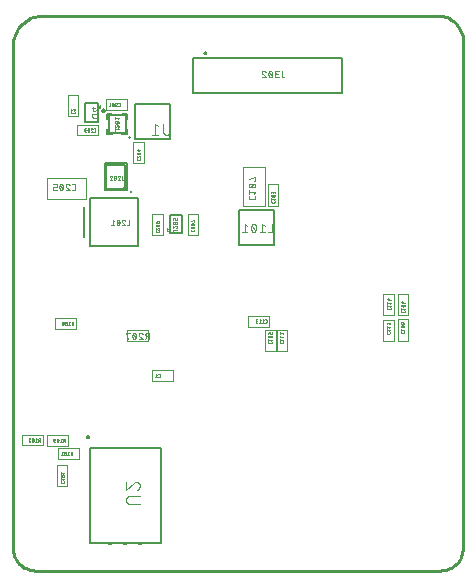
<source format=gbr>
G04 EAGLE Gerber RS-274X export*
G75*
%MOMM*%
%FSLAX34Y34*%
%LPD*%
%INReference Desginators Bottom*%
%IPPOS*%
%AMOC8*
5,1,8,0,0,1.08239X$1,22.5*%
G01*
%ADD10C,0.050800*%
%ADD11C,0.050000*%
%ADD12C,0.025400*%
%ADD13C,0.127000*%
%ADD14C,0.140000*%
%ADD15C,0.152400*%
%ADD16C,0.254000*%
%ADD17C,0.200000*%
%ADD18C,0.101600*%
%ADD19C,0.076200*%
%ADD20C,0.254000*%


D10*
X195216Y308366D02*
X195216Y341366D01*
X213216Y341366D01*
X213216Y308366D01*
X195216Y308366D01*
X199568Y315686D02*
X199568Y316928D01*
X199568Y315686D02*
X199570Y315616D01*
X199576Y315547D01*
X199586Y315478D01*
X199599Y315410D01*
X199617Y315342D01*
X199638Y315276D01*
X199663Y315211D01*
X199691Y315147D01*
X199723Y315085D01*
X199758Y315025D01*
X199797Y314967D01*
X199839Y314912D01*
X199884Y314858D01*
X199932Y314808D01*
X199982Y314760D01*
X200036Y314715D01*
X200091Y314673D01*
X200149Y314634D01*
X200209Y314599D01*
X200271Y314567D01*
X200335Y314539D01*
X200400Y314514D01*
X200466Y314493D01*
X200534Y314475D01*
X200602Y314462D01*
X200671Y314452D01*
X200740Y314446D01*
X200810Y314444D01*
X203914Y314444D01*
X203984Y314446D01*
X204053Y314452D01*
X204122Y314462D01*
X204190Y314475D01*
X204258Y314493D01*
X204324Y314514D01*
X204389Y314539D01*
X204453Y314567D01*
X204515Y314599D01*
X204575Y314634D01*
X204633Y314673D01*
X204688Y314715D01*
X204742Y314760D01*
X204792Y314808D01*
X204840Y314858D01*
X204885Y314912D01*
X204927Y314967D01*
X204966Y315025D01*
X205001Y315085D01*
X205033Y315147D01*
X205061Y315211D01*
X205086Y315276D01*
X205107Y315342D01*
X205125Y315410D01*
X205138Y315478D01*
X205148Y315547D01*
X205154Y315616D01*
X205156Y315686D01*
X205156Y316928D01*
X203914Y319032D02*
X205156Y320584D01*
X199568Y320584D01*
X199568Y319032D02*
X199568Y322137D01*
X202362Y324519D02*
X202493Y324521D01*
X202623Y324526D01*
X202753Y324536D01*
X202883Y324549D01*
X203013Y324565D01*
X203142Y324585D01*
X203270Y324609D01*
X203397Y324637D01*
X203524Y324668D01*
X203650Y324703D01*
X203775Y324741D01*
X203899Y324783D01*
X204021Y324828D01*
X204142Y324877D01*
X204262Y324929D01*
X204380Y324985D01*
X204380Y324984D02*
X204440Y325007D01*
X204500Y325033D01*
X204557Y325062D01*
X204613Y325095D01*
X204667Y325131D01*
X204719Y325169D01*
X204769Y325211D01*
X204816Y325255D01*
X204861Y325302D01*
X204903Y325352D01*
X204942Y325403D01*
X204978Y325457D01*
X205011Y325513D01*
X205041Y325570D01*
X205068Y325629D01*
X205091Y325690D01*
X205111Y325751D01*
X205127Y325814D01*
X205140Y325878D01*
X205149Y325942D01*
X205154Y326006D01*
X205156Y326071D01*
X205154Y326136D01*
X205149Y326200D01*
X205140Y326264D01*
X205127Y326328D01*
X205111Y326391D01*
X205091Y326452D01*
X205068Y326513D01*
X205041Y326572D01*
X205011Y326629D01*
X204978Y326685D01*
X204942Y326739D01*
X204903Y326790D01*
X204861Y326840D01*
X204816Y326887D01*
X204769Y326931D01*
X204719Y326973D01*
X204667Y327011D01*
X204613Y327047D01*
X204557Y327080D01*
X204500Y327109D01*
X204440Y327135D01*
X204380Y327158D01*
X204380Y327157D02*
X204262Y327213D01*
X204142Y327265D01*
X204021Y327314D01*
X203899Y327359D01*
X203775Y327401D01*
X203650Y327439D01*
X203524Y327474D01*
X203398Y327505D01*
X203270Y327533D01*
X203142Y327557D01*
X203013Y327577D01*
X202883Y327593D01*
X202753Y327606D01*
X202623Y327616D01*
X202493Y327621D01*
X202362Y327623D01*
X202362Y324519D02*
X202231Y324521D01*
X202101Y324526D01*
X201971Y324536D01*
X201841Y324549D01*
X201711Y324565D01*
X201582Y324585D01*
X201454Y324609D01*
X201327Y324637D01*
X201200Y324668D01*
X201074Y324703D01*
X200949Y324741D01*
X200825Y324783D01*
X200703Y324828D01*
X200582Y324877D01*
X200462Y324929D01*
X200344Y324985D01*
X200344Y324984D02*
X200284Y325007D01*
X200224Y325033D01*
X200167Y325062D01*
X200111Y325095D01*
X200057Y325131D01*
X200005Y325169D01*
X199955Y325211D01*
X199908Y325255D01*
X199863Y325302D01*
X199821Y325352D01*
X199782Y325403D01*
X199746Y325457D01*
X199713Y325513D01*
X199683Y325570D01*
X199656Y325629D01*
X199633Y325690D01*
X199613Y325751D01*
X199597Y325814D01*
X199584Y325878D01*
X199575Y325942D01*
X199570Y326006D01*
X199568Y326071D01*
X200344Y327157D02*
X200462Y327213D01*
X200582Y327265D01*
X200703Y327314D01*
X200825Y327359D01*
X200949Y327401D01*
X201074Y327439D01*
X201200Y327474D01*
X201326Y327505D01*
X201454Y327533D01*
X201582Y327557D01*
X201711Y327577D01*
X201841Y327593D01*
X201971Y327606D01*
X202101Y327616D01*
X202231Y327621D01*
X202362Y327623D01*
X200344Y327158D02*
X200284Y327135D01*
X200224Y327109D01*
X200167Y327080D01*
X200111Y327047D01*
X200057Y327011D01*
X200005Y326973D01*
X199955Y326931D01*
X199908Y326887D01*
X199863Y326840D01*
X199821Y326790D01*
X199782Y326739D01*
X199746Y326685D01*
X199713Y326629D01*
X199683Y326572D01*
X199656Y326513D01*
X199633Y326452D01*
X199613Y326391D01*
X199597Y326328D01*
X199584Y326264D01*
X199575Y326200D01*
X199570Y326136D01*
X199568Y326071D01*
X200810Y324829D02*
X203914Y327313D01*
X204535Y330005D02*
X205156Y330005D01*
X205156Y333109D01*
X199568Y331557D01*
D11*
X213432Y204072D02*
X222432Y204072D01*
X213432Y204072D02*
X213432Y186072D01*
X222432Y186072D01*
X222432Y204072D01*
D12*
X216424Y193522D02*
X216424Y192901D01*
X216426Y192852D01*
X216432Y192804D01*
X216441Y192756D01*
X216454Y192709D01*
X216471Y192663D01*
X216492Y192619D01*
X216516Y192577D01*
X216543Y192536D01*
X216573Y192498D01*
X216606Y192462D01*
X216642Y192429D01*
X216680Y192399D01*
X216721Y192372D01*
X216763Y192348D01*
X216807Y192327D01*
X216853Y192310D01*
X216900Y192297D01*
X216948Y192288D01*
X216996Y192282D01*
X217045Y192280D01*
X218597Y192280D01*
X218646Y192282D01*
X218694Y192288D01*
X218742Y192297D01*
X218789Y192310D01*
X218835Y192327D01*
X218879Y192348D01*
X218921Y192372D01*
X218962Y192399D01*
X219000Y192429D01*
X219036Y192462D01*
X219069Y192498D01*
X219099Y192536D01*
X219126Y192577D01*
X219150Y192619D01*
X219171Y192663D01*
X219188Y192709D01*
X219201Y192756D01*
X219210Y192804D01*
X219216Y192852D01*
X219218Y192901D01*
X219218Y193522D01*
X218597Y194574D02*
X219218Y195350D01*
X216424Y195350D01*
X216424Y194574D02*
X216424Y196127D01*
X217821Y197317D02*
X217916Y197319D01*
X218011Y197325D01*
X218105Y197335D01*
X218199Y197348D01*
X218292Y197366D01*
X218385Y197387D01*
X218477Y197412D01*
X218567Y197441D01*
X218656Y197474D01*
X218744Y197510D01*
X218830Y197550D01*
X218830Y197551D02*
X218872Y197567D01*
X218912Y197586D01*
X218950Y197609D01*
X218987Y197634D01*
X219022Y197662D01*
X219054Y197692D01*
X219084Y197725D01*
X219111Y197760D01*
X219136Y197798D01*
X219157Y197837D01*
X219175Y197877D01*
X219191Y197919D01*
X219203Y197962D01*
X219211Y198005D01*
X219216Y198050D01*
X219218Y198094D01*
X219216Y198138D01*
X219211Y198183D01*
X219203Y198226D01*
X219191Y198269D01*
X219175Y198311D01*
X219157Y198351D01*
X219136Y198390D01*
X219111Y198428D01*
X219084Y198463D01*
X219054Y198496D01*
X219022Y198526D01*
X218987Y198554D01*
X218950Y198579D01*
X218912Y198602D01*
X218872Y198621D01*
X218830Y198637D01*
X218830Y198636D02*
X218744Y198676D01*
X218656Y198712D01*
X218567Y198745D01*
X218476Y198774D01*
X218385Y198799D01*
X218292Y198820D01*
X218199Y198838D01*
X218105Y198851D01*
X218011Y198861D01*
X217916Y198867D01*
X217821Y198869D01*
X217821Y197317D02*
X217726Y197319D01*
X217631Y197325D01*
X217537Y197335D01*
X217443Y197348D01*
X217350Y197366D01*
X217257Y197387D01*
X217166Y197412D01*
X217075Y197441D01*
X216986Y197474D01*
X216898Y197510D01*
X216812Y197550D01*
X216812Y197551D02*
X216770Y197567D01*
X216730Y197586D01*
X216692Y197609D01*
X216655Y197634D01*
X216620Y197662D01*
X216588Y197692D01*
X216558Y197725D01*
X216531Y197760D01*
X216506Y197798D01*
X216485Y197837D01*
X216467Y197877D01*
X216451Y197919D01*
X216439Y197962D01*
X216431Y198005D01*
X216426Y198050D01*
X216424Y198094D01*
X216812Y198637D02*
X216898Y198677D01*
X216986Y198713D01*
X217075Y198746D01*
X217165Y198775D01*
X217257Y198800D01*
X217350Y198821D01*
X217443Y198839D01*
X217537Y198852D01*
X217631Y198862D01*
X217726Y198868D01*
X217821Y198870D01*
X216812Y198637D02*
X216770Y198621D01*
X216730Y198602D01*
X216692Y198579D01*
X216655Y198554D01*
X216620Y198526D01*
X216588Y198496D01*
X216558Y198463D01*
X216531Y198428D01*
X216506Y198390D01*
X216485Y198351D01*
X216467Y198311D01*
X216451Y198269D01*
X216439Y198226D01*
X216431Y198183D01*
X216426Y198138D01*
X216424Y198094D01*
X217045Y197473D02*
X218597Y198715D01*
X216424Y200061D02*
X216424Y200992D01*
X216426Y201041D01*
X216432Y201089D01*
X216441Y201137D01*
X216454Y201184D01*
X216471Y201230D01*
X216492Y201274D01*
X216516Y201316D01*
X216543Y201357D01*
X216573Y201395D01*
X216606Y201431D01*
X216642Y201464D01*
X216680Y201494D01*
X216721Y201521D01*
X216763Y201545D01*
X216807Y201566D01*
X216853Y201583D01*
X216900Y201596D01*
X216948Y201605D01*
X216996Y201611D01*
X217045Y201613D01*
X217355Y201613D01*
X217404Y201611D01*
X217452Y201605D01*
X217500Y201596D01*
X217547Y201583D01*
X217593Y201566D01*
X217637Y201545D01*
X217679Y201521D01*
X217720Y201494D01*
X217758Y201464D01*
X217794Y201431D01*
X217827Y201395D01*
X217857Y201357D01*
X217884Y201316D01*
X217908Y201274D01*
X217929Y201230D01*
X217946Y201184D01*
X217959Y201137D01*
X217968Y201089D01*
X217974Y201041D01*
X217976Y200992D01*
X217976Y200061D01*
X219218Y200061D01*
X219218Y201613D01*
D11*
X313762Y216044D02*
X322762Y216044D01*
X322762Y234044D01*
X313762Y234044D01*
X313762Y216044D01*
D12*
X316976Y221664D02*
X316976Y222285D01*
X316976Y221664D02*
X316978Y221615D01*
X316984Y221567D01*
X316993Y221519D01*
X317006Y221472D01*
X317023Y221426D01*
X317044Y221382D01*
X317068Y221340D01*
X317095Y221299D01*
X317125Y221261D01*
X317158Y221225D01*
X317194Y221192D01*
X317232Y221162D01*
X317273Y221135D01*
X317315Y221111D01*
X317359Y221090D01*
X317405Y221073D01*
X317452Y221060D01*
X317500Y221051D01*
X317548Y221045D01*
X317597Y221043D01*
X319149Y221043D01*
X319198Y221045D01*
X319246Y221051D01*
X319294Y221060D01*
X319341Y221073D01*
X319387Y221090D01*
X319431Y221111D01*
X319473Y221135D01*
X319514Y221162D01*
X319552Y221192D01*
X319588Y221225D01*
X319621Y221261D01*
X319651Y221299D01*
X319678Y221340D01*
X319702Y221382D01*
X319723Y221426D01*
X319740Y221472D01*
X319753Y221519D01*
X319762Y221567D01*
X319768Y221615D01*
X319770Y221664D01*
X319770Y222285D01*
X319149Y223337D02*
X319770Y224113D01*
X316976Y224113D01*
X316976Y223337D02*
X316976Y224889D01*
X319149Y226080D02*
X319770Y226856D01*
X316976Y226856D01*
X316976Y226080D02*
X316976Y227633D01*
X317597Y228824D02*
X319770Y229444D01*
X317597Y228824D02*
X317597Y230376D01*
X318218Y229910D02*
X316976Y229910D01*
D11*
X46156Y71772D02*
X37156Y71772D01*
X46156Y71772D02*
X46156Y89772D01*
X37156Y89772D01*
X37156Y71772D01*
D12*
X40370Y74852D02*
X40370Y75473D01*
X40370Y74852D02*
X40372Y74803D01*
X40378Y74755D01*
X40387Y74707D01*
X40400Y74660D01*
X40417Y74614D01*
X40438Y74570D01*
X40462Y74528D01*
X40489Y74487D01*
X40519Y74449D01*
X40552Y74413D01*
X40588Y74380D01*
X40626Y74350D01*
X40667Y74323D01*
X40709Y74299D01*
X40753Y74278D01*
X40799Y74261D01*
X40846Y74248D01*
X40894Y74239D01*
X40942Y74233D01*
X40991Y74231D01*
X42543Y74231D01*
X42592Y74233D01*
X42640Y74239D01*
X42688Y74248D01*
X42735Y74261D01*
X42781Y74278D01*
X42825Y74299D01*
X42867Y74323D01*
X42908Y74350D01*
X42946Y74380D01*
X42982Y74413D01*
X43015Y74449D01*
X43045Y74487D01*
X43072Y74528D01*
X43096Y74570D01*
X43117Y74614D01*
X43134Y74660D01*
X43147Y74707D01*
X43156Y74755D01*
X43162Y74803D01*
X43164Y74852D01*
X43164Y75473D01*
X42543Y76525D02*
X43164Y77301D01*
X40370Y77301D01*
X40370Y76525D02*
X40370Y78077D01*
X41767Y79268D02*
X41862Y79270D01*
X41957Y79276D01*
X42051Y79286D01*
X42145Y79299D01*
X42238Y79317D01*
X42331Y79338D01*
X42423Y79363D01*
X42513Y79392D01*
X42602Y79425D01*
X42690Y79461D01*
X42776Y79501D01*
X42818Y79517D01*
X42858Y79536D01*
X42896Y79559D01*
X42933Y79584D01*
X42968Y79612D01*
X43000Y79642D01*
X43030Y79675D01*
X43057Y79710D01*
X43082Y79748D01*
X43103Y79787D01*
X43121Y79827D01*
X43137Y79869D01*
X43149Y79912D01*
X43157Y79955D01*
X43162Y80000D01*
X43164Y80044D01*
X43162Y80088D01*
X43157Y80133D01*
X43149Y80176D01*
X43137Y80219D01*
X43121Y80261D01*
X43103Y80301D01*
X43082Y80340D01*
X43057Y80378D01*
X43030Y80413D01*
X43000Y80446D01*
X42968Y80476D01*
X42933Y80504D01*
X42896Y80529D01*
X42858Y80552D01*
X42818Y80571D01*
X42776Y80587D01*
X42690Y80627D01*
X42602Y80663D01*
X42513Y80696D01*
X42422Y80725D01*
X42331Y80750D01*
X42238Y80771D01*
X42145Y80789D01*
X42051Y80802D01*
X41957Y80812D01*
X41862Y80818D01*
X41767Y80820D01*
X41767Y79268D02*
X41672Y79270D01*
X41577Y79276D01*
X41483Y79286D01*
X41389Y79299D01*
X41296Y79317D01*
X41203Y79338D01*
X41112Y79363D01*
X41021Y79392D01*
X40932Y79425D01*
X40844Y79461D01*
X40758Y79501D01*
X40716Y79517D01*
X40676Y79536D01*
X40638Y79559D01*
X40601Y79584D01*
X40566Y79612D01*
X40534Y79642D01*
X40504Y79675D01*
X40477Y79710D01*
X40452Y79748D01*
X40431Y79787D01*
X40413Y79827D01*
X40397Y79869D01*
X40385Y79912D01*
X40377Y79955D01*
X40372Y80000D01*
X40370Y80044D01*
X40758Y80588D02*
X40844Y80628D01*
X40932Y80664D01*
X41021Y80697D01*
X41111Y80726D01*
X41203Y80751D01*
X41296Y80772D01*
X41389Y80790D01*
X41483Y80803D01*
X41577Y80813D01*
X41672Y80819D01*
X41767Y80821D01*
X40758Y80587D02*
X40716Y80571D01*
X40676Y80552D01*
X40638Y80529D01*
X40601Y80504D01*
X40566Y80476D01*
X40534Y80446D01*
X40504Y80413D01*
X40477Y80378D01*
X40452Y80340D01*
X40431Y80301D01*
X40413Y80261D01*
X40397Y80219D01*
X40385Y80176D01*
X40377Y80133D01*
X40372Y80088D01*
X40370Y80044D01*
X40991Y79424D02*
X42543Y80665D01*
X42543Y82012D02*
X43164Y82788D01*
X40370Y82788D01*
X40370Y82012D02*
X40370Y83564D01*
D11*
X215718Y309008D02*
X224718Y309008D01*
X224718Y327008D01*
X215718Y327008D01*
X215718Y309008D01*
D12*
X218932Y312088D02*
X218932Y312709D01*
X218932Y312088D02*
X218934Y312039D01*
X218940Y311991D01*
X218949Y311943D01*
X218962Y311896D01*
X218979Y311850D01*
X219000Y311806D01*
X219024Y311764D01*
X219051Y311723D01*
X219081Y311685D01*
X219114Y311649D01*
X219150Y311616D01*
X219188Y311586D01*
X219229Y311559D01*
X219271Y311535D01*
X219315Y311514D01*
X219361Y311497D01*
X219408Y311484D01*
X219456Y311475D01*
X219504Y311469D01*
X219553Y311467D01*
X221105Y311467D01*
X221154Y311469D01*
X221202Y311475D01*
X221250Y311484D01*
X221297Y311497D01*
X221343Y311514D01*
X221387Y311535D01*
X221429Y311559D01*
X221470Y311586D01*
X221508Y311616D01*
X221544Y311649D01*
X221577Y311685D01*
X221607Y311723D01*
X221634Y311764D01*
X221658Y311806D01*
X221679Y311850D01*
X221696Y311896D01*
X221709Y311943D01*
X221718Y311991D01*
X221724Y312039D01*
X221726Y312088D01*
X221726Y312709D01*
X221105Y313761D02*
X221726Y314537D01*
X218932Y314537D01*
X218932Y313761D02*
X218932Y315313D01*
X220329Y316504D02*
X220424Y316506D01*
X220519Y316512D01*
X220613Y316522D01*
X220707Y316535D01*
X220800Y316553D01*
X220893Y316574D01*
X220985Y316599D01*
X221075Y316628D01*
X221164Y316661D01*
X221252Y316697D01*
X221338Y316737D01*
X221380Y316753D01*
X221420Y316772D01*
X221458Y316795D01*
X221495Y316820D01*
X221530Y316848D01*
X221562Y316878D01*
X221592Y316911D01*
X221619Y316946D01*
X221644Y316984D01*
X221665Y317023D01*
X221683Y317063D01*
X221699Y317105D01*
X221711Y317148D01*
X221719Y317191D01*
X221724Y317236D01*
X221726Y317280D01*
X221724Y317324D01*
X221719Y317369D01*
X221711Y317412D01*
X221699Y317455D01*
X221683Y317497D01*
X221665Y317537D01*
X221644Y317576D01*
X221619Y317614D01*
X221592Y317649D01*
X221562Y317682D01*
X221530Y317712D01*
X221495Y317740D01*
X221458Y317765D01*
X221420Y317788D01*
X221380Y317807D01*
X221338Y317823D01*
X221252Y317863D01*
X221164Y317899D01*
X221075Y317932D01*
X220984Y317961D01*
X220893Y317986D01*
X220800Y318007D01*
X220707Y318025D01*
X220613Y318038D01*
X220519Y318048D01*
X220424Y318054D01*
X220329Y318056D01*
X220329Y316504D02*
X220234Y316506D01*
X220139Y316512D01*
X220045Y316522D01*
X219951Y316535D01*
X219858Y316553D01*
X219765Y316574D01*
X219674Y316599D01*
X219583Y316628D01*
X219494Y316661D01*
X219406Y316697D01*
X219320Y316737D01*
X219278Y316753D01*
X219238Y316772D01*
X219200Y316795D01*
X219163Y316820D01*
X219128Y316848D01*
X219096Y316878D01*
X219066Y316911D01*
X219039Y316946D01*
X219014Y316984D01*
X218993Y317023D01*
X218975Y317063D01*
X218959Y317105D01*
X218947Y317148D01*
X218939Y317191D01*
X218934Y317236D01*
X218932Y317280D01*
X219320Y317824D02*
X219406Y317864D01*
X219494Y317900D01*
X219583Y317933D01*
X219673Y317962D01*
X219765Y317987D01*
X219858Y318008D01*
X219951Y318026D01*
X220045Y318039D01*
X220139Y318049D01*
X220234Y318055D01*
X220329Y318057D01*
X219320Y317823D02*
X219278Y317807D01*
X219238Y317788D01*
X219200Y317765D01*
X219163Y317740D01*
X219128Y317712D01*
X219096Y317682D01*
X219066Y317649D01*
X219039Y317614D01*
X219014Y317576D01*
X218993Y317537D01*
X218975Y317497D01*
X218959Y317455D01*
X218947Y317412D01*
X218939Y317369D01*
X218934Y317324D01*
X218932Y317280D01*
X219553Y316660D02*
X221105Y317901D01*
X218932Y319248D02*
X218932Y320024D01*
X218934Y320079D01*
X218940Y320134D01*
X218950Y320189D01*
X218963Y320243D01*
X218981Y320295D01*
X219002Y320346D01*
X219027Y320396D01*
X219055Y320444D01*
X219087Y320489D01*
X219122Y320532D01*
X219159Y320573D01*
X219200Y320610D01*
X219243Y320645D01*
X219288Y320677D01*
X219336Y320705D01*
X219386Y320730D01*
X219437Y320751D01*
X219489Y320769D01*
X219543Y320782D01*
X219598Y320792D01*
X219653Y320798D01*
X219708Y320800D01*
X219763Y320798D01*
X219818Y320792D01*
X219873Y320782D01*
X219927Y320769D01*
X219979Y320751D01*
X220030Y320730D01*
X220080Y320705D01*
X220128Y320677D01*
X220173Y320645D01*
X220216Y320610D01*
X220257Y320573D01*
X220294Y320532D01*
X220329Y320489D01*
X220361Y320444D01*
X220389Y320396D01*
X220414Y320346D01*
X220435Y320295D01*
X220453Y320243D01*
X220466Y320189D01*
X220476Y320134D01*
X220482Y320079D01*
X220484Y320024D01*
X221726Y320179D02*
X221726Y319248D01*
X221726Y320179D02*
X221724Y320228D01*
X221718Y320276D01*
X221709Y320324D01*
X221696Y320371D01*
X221679Y320417D01*
X221658Y320461D01*
X221634Y320503D01*
X221607Y320544D01*
X221577Y320582D01*
X221544Y320618D01*
X221508Y320651D01*
X221470Y320681D01*
X221429Y320708D01*
X221387Y320732D01*
X221343Y320753D01*
X221297Y320770D01*
X221250Y320783D01*
X221202Y320792D01*
X221154Y320798D01*
X221105Y320800D01*
X221056Y320798D01*
X221008Y320792D01*
X220960Y320783D01*
X220913Y320770D01*
X220867Y320753D01*
X220823Y320732D01*
X220781Y320708D01*
X220740Y320681D01*
X220702Y320651D01*
X220666Y320618D01*
X220633Y320582D01*
X220603Y320544D01*
X220576Y320503D01*
X220552Y320461D01*
X220531Y320417D01*
X220514Y320371D01*
X220501Y320324D01*
X220492Y320276D01*
X220486Y320228D01*
X220484Y320179D01*
X220484Y319558D01*
D11*
X78630Y389962D02*
X78630Y398962D01*
X78630Y389962D02*
X96630Y389962D01*
X96630Y398962D01*
X78630Y398962D01*
D12*
X89180Y392954D02*
X89801Y392954D01*
X89850Y392956D01*
X89898Y392962D01*
X89946Y392971D01*
X89993Y392984D01*
X90039Y393001D01*
X90083Y393022D01*
X90125Y393046D01*
X90166Y393073D01*
X90204Y393103D01*
X90240Y393136D01*
X90273Y393172D01*
X90303Y393210D01*
X90330Y393251D01*
X90354Y393293D01*
X90375Y393337D01*
X90392Y393383D01*
X90405Y393430D01*
X90414Y393478D01*
X90420Y393526D01*
X90422Y393575D01*
X90422Y395127D01*
X90420Y395176D01*
X90414Y395224D01*
X90405Y395272D01*
X90392Y395319D01*
X90375Y395365D01*
X90354Y395409D01*
X90330Y395451D01*
X90303Y395492D01*
X90273Y395530D01*
X90240Y395566D01*
X90204Y395599D01*
X90166Y395629D01*
X90125Y395656D01*
X90083Y395680D01*
X90039Y395701D01*
X89993Y395718D01*
X89946Y395731D01*
X89898Y395740D01*
X89850Y395746D01*
X89801Y395748D01*
X89180Y395748D01*
X87274Y395749D02*
X87224Y395747D01*
X87175Y395742D01*
X87125Y395733D01*
X87077Y395721D01*
X87030Y395705D01*
X86984Y395686D01*
X86939Y395663D01*
X86896Y395638D01*
X86855Y395610D01*
X86816Y395578D01*
X86780Y395544D01*
X86746Y395508D01*
X86714Y395469D01*
X86686Y395428D01*
X86661Y395385D01*
X86638Y395340D01*
X86619Y395294D01*
X86603Y395247D01*
X86591Y395199D01*
X86582Y395149D01*
X86577Y395100D01*
X86575Y395050D01*
X87274Y395748D02*
X87330Y395746D01*
X87387Y395741D01*
X87442Y395732D01*
X87497Y395720D01*
X87551Y395704D01*
X87604Y395685D01*
X87656Y395662D01*
X87706Y395637D01*
X87755Y395608D01*
X87802Y395576D01*
X87846Y395542D01*
X87888Y395505D01*
X87928Y395465D01*
X87966Y395422D01*
X88000Y395378D01*
X88032Y395331D01*
X88060Y395282D01*
X88086Y395232D01*
X88108Y395180D01*
X88127Y395127D01*
X86809Y394507D02*
X86773Y394543D01*
X86740Y394581D01*
X86710Y394622D01*
X86683Y394664D01*
X86658Y394709D01*
X86637Y394755D01*
X86618Y394802D01*
X86603Y394850D01*
X86591Y394899D01*
X86583Y394949D01*
X86578Y394999D01*
X86576Y395050D01*
X86808Y394506D02*
X88128Y392954D01*
X86575Y392954D01*
X85385Y394351D02*
X85383Y394446D01*
X85377Y394541D01*
X85367Y394635D01*
X85354Y394729D01*
X85336Y394822D01*
X85315Y394915D01*
X85290Y395007D01*
X85261Y395097D01*
X85228Y395186D01*
X85192Y395274D01*
X85152Y395360D01*
X85151Y395360D02*
X85135Y395402D01*
X85116Y395442D01*
X85093Y395480D01*
X85068Y395517D01*
X85040Y395552D01*
X85010Y395584D01*
X84977Y395614D01*
X84942Y395641D01*
X84904Y395666D01*
X84865Y395687D01*
X84825Y395705D01*
X84783Y395721D01*
X84740Y395733D01*
X84697Y395741D01*
X84652Y395746D01*
X84608Y395748D01*
X84564Y395746D01*
X84519Y395741D01*
X84476Y395733D01*
X84433Y395721D01*
X84391Y395705D01*
X84351Y395687D01*
X84312Y395666D01*
X84274Y395641D01*
X84239Y395614D01*
X84206Y395584D01*
X84176Y395552D01*
X84148Y395517D01*
X84123Y395480D01*
X84100Y395442D01*
X84081Y395402D01*
X84065Y395360D01*
X84066Y395360D02*
X84026Y395274D01*
X83990Y395186D01*
X83957Y395097D01*
X83928Y395006D01*
X83903Y394915D01*
X83882Y394822D01*
X83864Y394729D01*
X83851Y394635D01*
X83841Y394541D01*
X83835Y394446D01*
X83833Y394351D01*
X85385Y394351D02*
X85383Y394256D01*
X85377Y394161D01*
X85367Y394067D01*
X85354Y393973D01*
X85336Y393880D01*
X85315Y393787D01*
X85290Y393696D01*
X85261Y393605D01*
X85228Y393516D01*
X85192Y393428D01*
X85152Y393342D01*
X85151Y393342D02*
X85135Y393300D01*
X85116Y393260D01*
X85093Y393222D01*
X85068Y393185D01*
X85040Y393150D01*
X85010Y393118D01*
X84977Y393088D01*
X84942Y393061D01*
X84904Y393036D01*
X84865Y393015D01*
X84825Y392997D01*
X84783Y392981D01*
X84740Y392969D01*
X84697Y392961D01*
X84652Y392956D01*
X84608Y392954D01*
X84065Y393342D02*
X84025Y393428D01*
X83989Y393516D01*
X83956Y393605D01*
X83927Y393695D01*
X83902Y393787D01*
X83881Y393880D01*
X83863Y393973D01*
X83850Y394067D01*
X83840Y394161D01*
X83834Y394256D01*
X83832Y394351D01*
X84065Y393342D02*
X84081Y393300D01*
X84100Y393260D01*
X84123Y393222D01*
X84148Y393185D01*
X84176Y393150D01*
X84206Y393118D01*
X84239Y393088D01*
X84274Y393061D01*
X84312Y393036D01*
X84351Y393015D01*
X84391Y392997D01*
X84433Y392981D01*
X84476Y392969D01*
X84519Y392961D01*
X84564Y392956D01*
X84608Y392954D01*
X85229Y393575D02*
X83987Y395127D01*
X82641Y395127D02*
X81865Y395748D01*
X81865Y392954D01*
X82641Y392954D02*
X81089Y392954D01*
D11*
X72246Y377372D02*
X72246Y368372D01*
X72246Y377372D02*
X54246Y377372D01*
X54246Y368372D01*
X72246Y368372D01*
D12*
X69166Y371586D02*
X68545Y371586D01*
X69166Y371586D02*
X69215Y371588D01*
X69263Y371594D01*
X69311Y371603D01*
X69358Y371616D01*
X69404Y371633D01*
X69448Y371654D01*
X69490Y371678D01*
X69531Y371705D01*
X69569Y371735D01*
X69605Y371768D01*
X69638Y371804D01*
X69668Y371842D01*
X69695Y371883D01*
X69719Y371925D01*
X69740Y371969D01*
X69757Y372015D01*
X69770Y372062D01*
X69779Y372110D01*
X69785Y372158D01*
X69787Y372207D01*
X69787Y373759D01*
X69785Y373808D01*
X69779Y373856D01*
X69770Y373904D01*
X69757Y373951D01*
X69740Y373997D01*
X69719Y374041D01*
X69695Y374083D01*
X69668Y374124D01*
X69638Y374162D01*
X69605Y374198D01*
X69569Y374231D01*
X69531Y374261D01*
X69490Y374288D01*
X69448Y374312D01*
X69404Y374333D01*
X69358Y374350D01*
X69311Y374363D01*
X69263Y374372D01*
X69215Y374378D01*
X69166Y374380D01*
X68545Y374380D01*
X66639Y374381D02*
X66589Y374379D01*
X66540Y374374D01*
X66490Y374365D01*
X66442Y374353D01*
X66395Y374337D01*
X66349Y374318D01*
X66304Y374295D01*
X66261Y374270D01*
X66220Y374242D01*
X66181Y374210D01*
X66145Y374176D01*
X66111Y374140D01*
X66079Y374101D01*
X66051Y374060D01*
X66026Y374017D01*
X66003Y373972D01*
X65984Y373926D01*
X65968Y373879D01*
X65956Y373831D01*
X65947Y373781D01*
X65942Y373732D01*
X65940Y373682D01*
X66639Y374380D02*
X66695Y374378D01*
X66752Y374373D01*
X66807Y374364D01*
X66862Y374352D01*
X66916Y374336D01*
X66969Y374317D01*
X67021Y374294D01*
X67071Y374269D01*
X67120Y374240D01*
X67167Y374208D01*
X67211Y374174D01*
X67253Y374137D01*
X67293Y374097D01*
X67331Y374054D01*
X67365Y374010D01*
X67397Y373963D01*
X67425Y373914D01*
X67451Y373864D01*
X67473Y373812D01*
X67492Y373759D01*
X66174Y373139D02*
X66138Y373175D01*
X66105Y373213D01*
X66075Y373254D01*
X66048Y373296D01*
X66023Y373341D01*
X66002Y373387D01*
X65983Y373434D01*
X65968Y373482D01*
X65956Y373531D01*
X65948Y373581D01*
X65943Y373631D01*
X65941Y373682D01*
X66174Y373138D02*
X67493Y371586D01*
X65941Y371586D01*
X64750Y372983D02*
X64748Y373078D01*
X64742Y373173D01*
X64732Y373267D01*
X64719Y373361D01*
X64701Y373454D01*
X64680Y373547D01*
X64655Y373639D01*
X64626Y373729D01*
X64593Y373818D01*
X64557Y373906D01*
X64517Y373992D01*
X64501Y374034D01*
X64482Y374074D01*
X64459Y374112D01*
X64434Y374149D01*
X64406Y374184D01*
X64376Y374216D01*
X64343Y374246D01*
X64308Y374273D01*
X64270Y374298D01*
X64231Y374319D01*
X64191Y374337D01*
X64149Y374353D01*
X64106Y374365D01*
X64063Y374373D01*
X64018Y374378D01*
X63974Y374380D01*
X63930Y374378D01*
X63885Y374373D01*
X63842Y374365D01*
X63799Y374353D01*
X63757Y374337D01*
X63717Y374319D01*
X63678Y374298D01*
X63640Y374273D01*
X63605Y374246D01*
X63572Y374216D01*
X63542Y374184D01*
X63514Y374149D01*
X63489Y374112D01*
X63466Y374074D01*
X63447Y374034D01*
X63431Y373992D01*
X63391Y373906D01*
X63355Y373818D01*
X63322Y373729D01*
X63293Y373638D01*
X63268Y373547D01*
X63247Y373454D01*
X63229Y373361D01*
X63216Y373267D01*
X63206Y373173D01*
X63200Y373078D01*
X63198Y372983D01*
X64750Y372983D02*
X64748Y372888D01*
X64742Y372793D01*
X64732Y372699D01*
X64719Y372605D01*
X64701Y372512D01*
X64680Y372419D01*
X64655Y372328D01*
X64626Y372237D01*
X64593Y372148D01*
X64557Y372060D01*
X64517Y371974D01*
X64501Y371932D01*
X64482Y371892D01*
X64459Y371854D01*
X64434Y371817D01*
X64406Y371782D01*
X64376Y371750D01*
X64343Y371720D01*
X64308Y371693D01*
X64270Y371668D01*
X64231Y371647D01*
X64191Y371629D01*
X64149Y371613D01*
X64106Y371601D01*
X64063Y371593D01*
X64018Y371588D01*
X63974Y371586D01*
X63430Y371974D02*
X63390Y372060D01*
X63354Y372148D01*
X63321Y372237D01*
X63292Y372327D01*
X63267Y372419D01*
X63246Y372512D01*
X63228Y372605D01*
X63215Y372699D01*
X63205Y372793D01*
X63199Y372888D01*
X63197Y372983D01*
X63431Y371974D02*
X63447Y371932D01*
X63466Y371892D01*
X63489Y371854D01*
X63514Y371817D01*
X63542Y371782D01*
X63572Y371750D01*
X63605Y371720D01*
X63640Y371693D01*
X63678Y371668D01*
X63717Y371647D01*
X63757Y371629D01*
X63799Y371613D01*
X63842Y371601D01*
X63885Y371593D01*
X63930Y371588D01*
X63974Y371586D01*
X64594Y372207D02*
X63353Y373759D01*
X62006Y371586D02*
X61230Y371586D01*
X61175Y371588D01*
X61120Y371594D01*
X61065Y371604D01*
X61011Y371617D01*
X60959Y371635D01*
X60908Y371656D01*
X60858Y371681D01*
X60810Y371709D01*
X60765Y371741D01*
X60722Y371776D01*
X60681Y371813D01*
X60644Y371854D01*
X60609Y371897D01*
X60577Y371942D01*
X60549Y371990D01*
X60524Y372040D01*
X60503Y372091D01*
X60485Y372143D01*
X60472Y372197D01*
X60462Y372252D01*
X60456Y372307D01*
X60454Y372362D01*
X60456Y372417D01*
X60462Y372472D01*
X60472Y372527D01*
X60485Y372581D01*
X60503Y372633D01*
X60524Y372684D01*
X60549Y372734D01*
X60577Y372782D01*
X60609Y372827D01*
X60644Y372870D01*
X60681Y372911D01*
X60722Y372948D01*
X60765Y372983D01*
X60810Y373015D01*
X60858Y373043D01*
X60908Y373068D01*
X60959Y373089D01*
X61011Y373107D01*
X61065Y373120D01*
X61120Y373130D01*
X61175Y373136D01*
X61230Y373138D01*
X61075Y374380D02*
X62006Y374380D01*
X61075Y374380D02*
X61026Y374378D01*
X60978Y374372D01*
X60930Y374363D01*
X60883Y374350D01*
X60837Y374333D01*
X60793Y374312D01*
X60751Y374288D01*
X60710Y374261D01*
X60672Y374231D01*
X60636Y374198D01*
X60603Y374162D01*
X60573Y374124D01*
X60546Y374083D01*
X60522Y374041D01*
X60501Y373997D01*
X60484Y373951D01*
X60471Y373904D01*
X60462Y373856D01*
X60456Y373808D01*
X60454Y373759D01*
X60456Y373710D01*
X60462Y373662D01*
X60471Y373614D01*
X60484Y373567D01*
X60501Y373521D01*
X60522Y373477D01*
X60546Y373435D01*
X60573Y373394D01*
X60603Y373356D01*
X60636Y373320D01*
X60672Y373287D01*
X60710Y373257D01*
X60751Y373230D01*
X60793Y373206D01*
X60837Y373185D01*
X60883Y373168D01*
X60930Y373155D01*
X60978Y373146D01*
X61026Y373140D01*
X61075Y373138D01*
X61696Y373138D01*
D11*
X117928Y283862D02*
X126928Y283862D01*
X126928Y301862D01*
X117928Y301862D01*
X117928Y283862D01*
D12*
X121142Y286942D02*
X121142Y287563D01*
X121142Y286942D02*
X121144Y286893D01*
X121150Y286845D01*
X121159Y286797D01*
X121172Y286750D01*
X121189Y286704D01*
X121210Y286660D01*
X121234Y286618D01*
X121261Y286577D01*
X121291Y286539D01*
X121324Y286503D01*
X121360Y286470D01*
X121398Y286440D01*
X121439Y286413D01*
X121481Y286389D01*
X121525Y286368D01*
X121571Y286351D01*
X121618Y286338D01*
X121666Y286329D01*
X121714Y286323D01*
X121763Y286321D01*
X123315Y286321D01*
X123364Y286323D01*
X123412Y286329D01*
X123460Y286338D01*
X123507Y286351D01*
X123553Y286368D01*
X123597Y286389D01*
X123639Y286413D01*
X123680Y286440D01*
X123718Y286470D01*
X123754Y286503D01*
X123787Y286539D01*
X123817Y286577D01*
X123844Y286618D01*
X123868Y286660D01*
X123889Y286704D01*
X123906Y286750D01*
X123919Y286797D01*
X123928Y286845D01*
X123934Y286893D01*
X123936Y286942D01*
X123936Y287563D01*
X123937Y289469D02*
X123935Y289519D01*
X123930Y289568D01*
X123921Y289618D01*
X123909Y289666D01*
X123893Y289713D01*
X123874Y289759D01*
X123851Y289804D01*
X123826Y289847D01*
X123798Y289888D01*
X123766Y289927D01*
X123732Y289963D01*
X123696Y289997D01*
X123657Y290029D01*
X123616Y290057D01*
X123573Y290082D01*
X123528Y290105D01*
X123482Y290124D01*
X123435Y290140D01*
X123387Y290152D01*
X123337Y290161D01*
X123288Y290166D01*
X123238Y290168D01*
X123936Y289469D02*
X123934Y289413D01*
X123929Y289356D01*
X123920Y289301D01*
X123908Y289246D01*
X123892Y289192D01*
X123873Y289139D01*
X123851Y289087D01*
X123825Y289037D01*
X123796Y288988D01*
X123764Y288941D01*
X123730Y288897D01*
X123693Y288855D01*
X123653Y288815D01*
X123610Y288777D01*
X123566Y288743D01*
X123519Y288711D01*
X123471Y288683D01*
X123420Y288657D01*
X123368Y288635D01*
X123315Y288616D01*
X122695Y289934D02*
X122731Y289970D01*
X122769Y290003D01*
X122810Y290033D01*
X122853Y290060D01*
X122897Y290085D01*
X122943Y290106D01*
X122990Y290125D01*
X123038Y290140D01*
X123087Y290152D01*
X123137Y290160D01*
X123187Y290165D01*
X123238Y290167D01*
X122694Y289935D02*
X121142Y288615D01*
X121142Y290167D01*
X122539Y291358D02*
X122634Y291360D01*
X122729Y291366D01*
X122823Y291376D01*
X122917Y291389D01*
X123010Y291407D01*
X123103Y291428D01*
X123195Y291453D01*
X123285Y291482D01*
X123374Y291515D01*
X123462Y291551D01*
X123548Y291591D01*
X123590Y291607D01*
X123630Y291626D01*
X123668Y291649D01*
X123705Y291674D01*
X123740Y291702D01*
X123772Y291732D01*
X123802Y291765D01*
X123829Y291800D01*
X123854Y291838D01*
X123875Y291877D01*
X123893Y291917D01*
X123909Y291959D01*
X123921Y292002D01*
X123929Y292045D01*
X123934Y292090D01*
X123936Y292134D01*
X123934Y292178D01*
X123929Y292223D01*
X123921Y292266D01*
X123909Y292309D01*
X123893Y292351D01*
X123875Y292391D01*
X123854Y292430D01*
X123829Y292468D01*
X123802Y292503D01*
X123772Y292536D01*
X123740Y292566D01*
X123705Y292594D01*
X123668Y292619D01*
X123630Y292642D01*
X123590Y292661D01*
X123548Y292677D01*
X123462Y292717D01*
X123374Y292753D01*
X123285Y292786D01*
X123194Y292815D01*
X123103Y292840D01*
X123010Y292861D01*
X122917Y292879D01*
X122823Y292892D01*
X122729Y292902D01*
X122634Y292908D01*
X122539Y292910D01*
X122539Y291358D02*
X122444Y291360D01*
X122349Y291366D01*
X122255Y291376D01*
X122161Y291389D01*
X122068Y291407D01*
X121975Y291428D01*
X121884Y291453D01*
X121793Y291482D01*
X121704Y291515D01*
X121616Y291551D01*
X121530Y291591D01*
X121488Y291607D01*
X121448Y291626D01*
X121410Y291649D01*
X121373Y291674D01*
X121338Y291702D01*
X121306Y291732D01*
X121276Y291765D01*
X121249Y291800D01*
X121224Y291838D01*
X121203Y291877D01*
X121185Y291917D01*
X121169Y291959D01*
X121157Y292002D01*
X121149Y292045D01*
X121144Y292090D01*
X121142Y292134D01*
X121530Y292678D02*
X121616Y292718D01*
X121704Y292754D01*
X121793Y292787D01*
X121883Y292816D01*
X121975Y292841D01*
X122068Y292862D01*
X122161Y292880D01*
X122255Y292893D01*
X122349Y292903D01*
X122444Y292909D01*
X122539Y292911D01*
X121530Y292677D02*
X121488Y292661D01*
X121448Y292642D01*
X121410Y292619D01*
X121373Y292594D01*
X121338Y292566D01*
X121306Y292536D01*
X121276Y292503D01*
X121249Y292468D01*
X121224Y292430D01*
X121203Y292391D01*
X121185Y292351D01*
X121169Y292309D01*
X121157Y292266D01*
X121149Y292223D01*
X121144Y292178D01*
X121142Y292134D01*
X121763Y291514D02*
X123315Y292755D01*
X122384Y294722D02*
X122384Y295654D01*
X122384Y294722D02*
X122386Y294673D01*
X122392Y294625D01*
X122401Y294577D01*
X122414Y294530D01*
X122431Y294484D01*
X122452Y294440D01*
X122476Y294398D01*
X122503Y294357D01*
X122533Y294319D01*
X122566Y294283D01*
X122602Y294250D01*
X122640Y294220D01*
X122681Y294192D01*
X122723Y294169D01*
X122767Y294148D01*
X122813Y294131D01*
X122860Y294118D01*
X122908Y294109D01*
X122956Y294103D01*
X123005Y294101D01*
X123005Y294102D02*
X123160Y294102D01*
X123215Y294104D01*
X123270Y294110D01*
X123325Y294120D01*
X123379Y294133D01*
X123431Y294151D01*
X123482Y294172D01*
X123532Y294197D01*
X123580Y294225D01*
X123625Y294257D01*
X123668Y294292D01*
X123709Y294329D01*
X123746Y294370D01*
X123781Y294413D01*
X123813Y294458D01*
X123841Y294506D01*
X123866Y294556D01*
X123887Y294607D01*
X123905Y294659D01*
X123918Y294713D01*
X123928Y294768D01*
X123934Y294823D01*
X123936Y294878D01*
X123934Y294933D01*
X123928Y294988D01*
X123918Y295043D01*
X123905Y295097D01*
X123887Y295149D01*
X123866Y295200D01*
X123841Y295250D01*
X123813Y295298D01*
X123781Y295343D01*
X123746Y295386D01*
X123709Y295427D01*
X123668Y295464D01*
X123625Y295499D01*
X123580Y295531D01*
X123532Y295559D01*
X123482Y295584D01*
X123431Y295605D01*
X123379Y295623D01*
X123325Y295636D01*
X123270Y295646D01*
X123215Y295652D01*
X123160Y295654D01*
X122384Y295654D01*
X122314Y295652D01*
X122245Y295646D01*
X122176Y295636D01*
X122108Y295623D01*
X122040Y295605D01*
X121974Y295584D01*
X121909Y295559D01*
X121845Y295531D01*
X121783Y295499D01*
X121723Y295464D01*
X121665Y295425D01*
X121610Y295383D01*
X121556Y295338D01*
X121506Y295290D01*
X121458Y295240D01*
X121413Y295186D01*
X121371Y295131D01*
X121332Y295073D01*
X121297Y295013D01*
X121265Y294951D01*
X121237Y294887D01*
X121212Y294822D01*
X121191Y294756D01*
X121173Y294688D01*
X121160Y294620D01*
X121150Y294551D01*
X121144Y294482D01*
X121142Y294412D01*
D11*
X147900Y283862D02*
X156900Y283862D01*
X156900Y301862D01*
X147900Y301862D01*
X147900Y283862D01*
D12*
X150606Y287958D02*
X150606Y288579D01*
X150606Y287958D02*
X150608Y287909D01*
X150614Y287861D01*
X150623Y287813D01*
X150636Y287766D01*
X150653Y287720D01*
X150674Y287676D01*
X150698Y287634D01*
X150725Y287593D01*
X150755Y287555D01*
X150788Y287519D01*
X150824Y287486D01*
X150862Y287456D01*
X150903Y287429D01*
X150945Y287405D01*
X150989Y287384D01*
X151035Y287367D01*
X151082Y287354D01*
X151130Y287345D01*
X151178Y287339D01*
X151227Y287337D01*
X152779Y287337D01*
X152828Y287339D01*
X152876Y287345D01*
X152924Y287354D01*
X152971Y287367D01*
X153017Y287384D01*
X153061Y287405D01*
X153103Y287429D01*
X153144Y287456D01*
X153182Y287486D01*
X153218Y287519D01*
X153251Y287555D01*
X153281Y287593D01*
X153308Y287634D01*
X153332Y287676D01*
X153353Y287720D01*
X153370Y287766D01*
X153383Y287813D01*
X153392Y287861D01*
X153398Y287909D01*
X153400Y287958D01*
X153400Y288579D01*
X153401Y290485D02*
X153399Y290535D01*
X153394Y290584D01*
X153385Y290634D01*
X153373Y290682D01*
X153357Y290729D01*
X153338Y290775D01*
X153315Y290820D01*
X153290Y290863D01*
X153262Y290904D01*
X153230Y290943D01*
X153196Y290979D01*
X153160Y291013D01*
X153121Y291045D01*
X153080Y291073D01*
X153037Y291098D01*
X152992Y291121D01*
X152946Y291140D01*
X152899Y291156D01*
X152851Y291168D01*
X152801Y291177D01*
X152752Y291182D01*
X152702Y291184D01*
X153400Y290485D02*
X153398Y290429D01*
X153393Y290372D01*
X153384Y290317D01*
X153372Y290262D01*
X153356Y290208D01*
X153337Y290155D01*
X153315Y290103D01*
X153289Y290053D01*
X153260Y290004D01*
X153228Y289957D01*
X153194Y289913D01*
X153157Y289871D01*
X153117Y289831D01*
X153074Y289793D01*
X153030Y289759D01*
X152983Y289727D01*
X152935Y289699D01*
X152884Y289673D01*
X152832Y289651D01*
X152779Y289632D01*
X152159Y290950D02*
X152195Y290986D01*
X152233Y291019D01*
X152274Y291049D01*
X152317Y291076D01*
X152361Y291101D01*
X152407Y291122D01*
X152454Y291141D01*
X152502Y291156D01*
X152551Y291168D01*
X152601Y291176D01*
X152651Y291181D01*
X152702Y291183D01*
X152158Y290951D02*
X150606Y289631D01*
X150606Y291183D01*
X152003Y292374D02*
X152098Y292376D01*
X152193Y292382D01*
X152287Y292392D01*
X152381Y292405D01*
X152474Y292423D01*
X152567Y292444D01*
X152659Y292469D01*
X152749Y292498D01*
X152838Y292531D01*
X152926Y292567D01*
X153012Y292607D01*
X153054Y292623D01*
X153094Y292642D01*
X153132Y292665D01*
X153169Y292690D01*
X153204Y292718D01*
X153236Y292748D01*
X153266Y292781D01*
X153293Y292816D01*
X153318Y292854D01*
X153339Y292893D01*
X153357Y292933D01*
X153373Y292975D01*
X153385Y293018D01*
X153393Y293061D01*
X153398Y293106D01*
X153400Y293150D01*
X153398Y293194D01*
X153393Y293239D01*
X153385Y293282D01*
X153373Y293325D01*
X153357Y293367D01*
X153339Y293407D01*
X153318Y293446D01*
X153293Y293484D01*
X153266Y293519D01*
X153236Y293552D01*
X153204Y293582D01*
X153169Y293610D01*
X153132Y293635D01*
X153094Y293658D01*
X153054Y293677D01*
X153012Y293693D01*
X152926Y293733D01*
X152838Y293769D01*
X152749Y293802D01*
X152658Y293831D01*
X152567Y293856D01*
X152474Y293877D01*
X152381Y293895D01*
X152287Y293908D01*
X152193Y293918D01*
X152098Y293924D01*
X152003Y293926D01*
X152003Y292374D02*
X151908Y292376D01*
X151813Y292382D01*
X151719Y292392D01*
X151625Y292405D01*
X151532Y292423D01*
X151439Y292444D01*
X151348Y292469D01*
X151257Y292498D01*
X151168Y292531D01*
X151080Y292567D01*
X150994Y292607D01*
X150952Y292623D01*
X150912Y292642D01*
X150874Y292665D01*
X150837Y292690D01*
X150802Y292718D01*
X150770Y292748D01*
X150740Y292781D01*
X150713Y292816D01*
X150688Y292854D01*
X150667Y292893D01*
X150649Y292933D01*
X150633Y292975D01*
X150621Y293018D01*
X150613Y293061D01*
X150608Y293106D01*
X150606Y293150D01*
X150994Y293694D02*
X151080Y293734D01*
X151168Y293770D01*
X151257Y293803D01*
X151347Y293832D01*
X151439Y293857D01*
X151532Y293878D01*
X151625Y293896D01*
X151719Y293909D01*
X151813Y293919D01*
X151908Y293925D01*
X152003Y293927D01*
X150994Y293693D02*
X150952Y293677D01*
X150912Y293658D01*
X150874Y293635D01*
X150837Y293610D01*
X150802Y293582D01*
X150770Y293552D01*
X150740Y293519D01*
X150713Y293484D01*
X150688Y293446D01*
X150667Y293407D01*
X150649Y293367D01*
X150633Y293325D01*
X150621Y293282D01*
X150613Y293239D01*
X150608Y293194D01*
X150606Y293150D01*
X151227Y292530D02*
X152779Y293771D01*
X153090Y295118D02*
X153400Y295118D01*
X153400Y296670D01*
X150606Y295894D01*
D11*
X325700Y216044D02*
X334700Y216044D01*
X334700Y234044D01*
X325700Y234044D01*
X325700Y216044D01*
D12*
X328914Y219124D02*
X328914Y219745D01*
X328914Y219124D02*
X328916Y219075D01*
X328922Y219027D01*
X328931Y218979D01*
X328944Y218932D01*
X328961Y218886D01*
X328982Y218842D01*
X329006Y218800D01*
X329033Y218759D01*
X329063Y218721D01*
X329096Y218685D01*
X329132Y218652D01*
X329170Y218622D01*
X329211Y218595D01*
X329253Y218571D01*
X329297Y218550D01*
X329343Y218533D01*
X329390Y218520D01*
X329438Y218511D01*
X329486Y218505D01*
X329535Y218503D01*
X331087Y218503D01*
X331136Y218505D01*
X331184Y218511D01*
X331232Y218520D01*
X331279Y218533D01*
X331325Y218550D01*
X331369Y218571D01*
X331411Y218595D01*
X331452Y218622D01*
X331490Y218652D01*
X331526Y218685D01*
X331559Y218721D01*
X331589Y218759D01*
X331616Y218800D01*
X331640Y218842D01*
X331661Y218886D01*
X331678Y218932D01*
X331691Y218979D01*
X331700Y219027D01*
X331706Y219075D01*
X331708Y219124D01*
X331708Y219745D01*
X331087Y220797D02*
X331708Y221573D01*
X328914Y221573D01*
X328914Y220797D02*
X328914Y222349D01*
X330311Y223540D02*
X330406Y223542D01*
X330501Y223548D01*
X330595Y223558D01*
X330689Y223571D01*
X330782Y223589D01*
X330875Y223610D01*
X330967Y223635D01*
X331057Y223664D01*
X331146Y223697D01*
X331234Y223733D01*
X331320Y223773D01*
X331362Y223789D01*
X331402Y223808D01*
X331440Y223831D01*
X331477Y223856D01*
X331512Y223884D01*
X331544Y223914D01*
X331574Y223947D01*
X331601Y223982D01*
X331626Y224020D01*
X331647Y224059D01*
X331665Y224099D01*
X331681Y224141D01*
X331693Y224184D01*
X331701Y224227D01*
X331706Y224272D01*
X331708Y224316D01*
X331706Y224360D01*
X331701Y224405D01*
X331693Y224448D01*
X331681Y224491D01*
X331665Y224533D01*
X331647Y224573D01*
X331626Y224612D01*
X331601Y224650D01*
X331574Y224685D01*
X331544Y224718D01*
X331512Y224748D01*
X331477Y224776D01*
X331440Y224801D01*
X331402Y224824D01*
X331362Y224843D01*
X331320Y224859D01*
X331234Y224899D01*
X331146Y224935D01*
X331057Y224968D01*
X330966Y224997D01*
X330875Y225022D01*
X330782Y225043D01*
X330689Y225061D01*
X330595Y225074D01*
X330501Y225084D01*
X330406Y225090D01*
X330311Y225092D01*
X330311Y223540D02*
X330216Y223542D01*
X330121Y223548D01*
X330027Y223558D01*
X329933Y223571D01*
X329840Y223589D01*
X329747Y223610D01*
X329656Y223635D01*
X329565Y223664D01*
X329476Y223697D01*
X329388Y223733D01*
X329302Y223773D01*
X329260Y223789D01*
X329220Y223808D01*
X329182Y223831D01*
X329145Y223856D01*
X329110Y223884D01*
X329078Y223914D01*
X329048Y223947D01*
X329021Y223982D01*
X328996Y224020D01*
X328975Y224059D01*
X328957Y224099D01*
X328941Y224141D01*
X328929Y224184D01*
X328921Y224227D01*
X328916Y224272D01*
X328914Y224316D01*
X329302Y224860D02*
X329388Y224900D01*
X329476Y224936D01*
X329565Y224969D01*
X329655Y224998D01*
X329747Y225023D01*
X329840Y225044D01*
X329933Y225062D01*
X330027Y225075D01*
X330121Y225085D01*
X330216Y225091D01*
X330311Y225093D01*
X329302Y224859D02*
X329260Y224843D01*
X329220Y224824D01*
X329182Y224801D01*
X329145Y224776D01*
X329110Y224748D01*
X329078Y224718D01*
X329048Y224685D01*
X329021Y224650D01*
X328996Y224612D01*
X328975Y224573D01*
X328957Y224533D01*
X328941Y224491D01*
X328929Y224448D01*
X328921Y224405D01*
X328916Y224360D01*
X328914Y224316D01*
X329535Y223696D02*
X331087Y224937D01*
X329535Y226284D02*
X331708Y226904D01*
X329535Y226284D02*
X329535Y227836D01*
X330156Y227370D02*
X328914Y227370D01*
D11*
X325700Y212708D02*
X334700Y212708D01*
X325700Y212708D02*
X325700Y194708D01*
X334700Y194708D01*
X334700Y212708D01*
D12*
X328692Y202158D02*
X328692Y201537D01*
X328694Y201488D01*
X328700Y201440D01*
X328709Y201392D01*
X328722Y201345D01*
X328739Y201299D01*
X328760Y201255D01*
X328784Y201213D01*
X328811Y201172D01*
X328841Y201134D01*
X328874Y201098D01*
X328910Y201065D01*
X328948Y201035D01*
X328989Y201008D01*
X329031Y200984D01*
X329075Y200963D01*
X329121Y200946D01*
X329168Y200933D01*
X329216Y200924D01*
X329264Y200918D01*
X329313Y200916D01*
X330865Y200916D01*
X330914Y200918D01*
X330962Y200924D01*
X331010Y200933D01*
X331057Y200946D01*
X331103Y200963D01*
X331147Y200984D01*
X331189Y201008D01*
X331230Y201035D01*
X331268Y201065D01*
X331304Y201098D01*
X331337Y201134D01*
X331367Y201172D01*
X331394Y201213D01*
X331418Y201255D01*
X331439Y201299D01*
X331456Y201345D01*
X331469Y201392D01*
X331478Y201440D01*
X331484Y201488D01*
X331486Y201537D01*
X331486Y202158D01*
X330865Y203210D02*
X331486Y203986D01*
X328692Y203986D01*
X328692Y203210D02*
X328692Y204763D01*
X330089Y205953D02*
X330184Y205955D01*
X330279Y205961D01*
X330373Y205971D01*
X330467Y205984D01*
X330560Y206002D01*
X330653Y206023D01*
X330745Y206048D01*
X330835Y206077D01*
X330924Y206110D01*
X331012Y206146D01*
X331098Y206186D01*
X331098Y206187D02*
X331140Y206203D01*
X331180Y206222D01*
X331218Y206245D01*
X331255Y206270D01*
X331290Y206298D01*
X331322Y206328D01*
X331352Y206361D01*
X331379Y206396D01*
X331404Y206434D01*
X331425Y206473D01*
X331443Y206513D01*
X331459Y206555D01*
X331471Y206598D01*
X331479Y206641D01*
X331484Y206686D01*
X331486Y206730D01*
X331484Y206774D01*
X331479Y206819D01*
X331471Y206862D01*
X331459Y206905D01*
X331443Y206947D01*
X331425Y206987D01*
X331404Y207026D01*
X331379Y207064D01*
X331352Y207099D01*
X331322Y207132D01*
X331290Y207162D01*
X331255Y207190D01*
X331218Y207215D01*
X331180Y207238D01*
X331140Y207257D01*
X331098Y207273D01*
X331098Y207272D02*
X331012Y207312D01*
X330924Y207348D01*
X330835Y207381D01*
X330744Y207410D01*
X330653Y207435D01*
X330560Y207456D01*
X330467Y207474D01*
X330373Y207487D01*
X330279Y207497D01*
X330184Y207503D01*
X330089Y207505D01*
X330089Y205953D02*
X329994Y205955D01*
X329899Y205961D01*
X329805Y205971D01*
X329711Y205984D01*
X329618Y206002D01*
X329525Y206023D01*
X329434Y206048D01*
X329343Y206077D01*
X329254Y206110D01*
X329166Y206146D01*
X329080Y206186D01*
X329080Y206187D02*
X329038Y206203D01*
X328998Y206222D01*
X328960Y206245D01*
X328923Y206270D01*
X328888Y206298D01*
X328856Y206328D01*
X328826Y206361D01*
X328799Y206396D01*
X328774Y206434D01*
X328753Y206473D01*
X328735Y206513D01*
X328719Y206555D01*
X328707Y206598D01*
X328699Y206641D01*
X328694Y206686D01*
X328692Y206730D01*
X329080Y207273D02*
X329166Y207313D01*
X329254Y207349D01*
X329343Y207382D01*
X329433Y207411D01*
X329525Y207436D01*
X329618Y207457D01*
X329711Y207475D01*
X329805Y207488D01*
X329899Y207498D01*
X329994Y207504D01*
X330089Y207506D01*
X329080Y207273D02*
X329038Y207257D01*
X328998Y207238D01*
X328960Y207215D01*
X328923Y207190D01*
X328888Y207162D01*
X328856Y207132D01*
X328826Y207099D01*
X328799Y207064D01*
X328774Y207026D01*
X328753Y206987D01*
X328735Y206947D01*
X328719Y206905D01*
X328707Y206862D01*
X328699Y206819D01*
X328694Y206774D01*
X328692Y206730D01*
X329313Y206109D02*
X330865Y207351D01*
X330244Y208697D02*
X330244Y209628D01*
X330242Y209677D01*
X330236Y209725D01*
X330227Y209773D01*
X330214Y209820D01*
X330197Y209866D01*
X330176Y209910D01*
X330152Y209952D01*
X330125Y209993D01*
X330095Y210031D01*
X330062Y210067D01*
X330026Y210100D01*
X329988Y210130D01*
X329947Y210157D01*
X329905Y210181D01*
X329861Y210202D01*
X329815Y210219D01*
X329768Y210232D01*
X329720Y210241D01*
X329672Y210247D01*
X329623Y210249D01*
X329468Y210249D01*
X329413Y210247D01*
X329358Y210241D01*
X329303Y210231D01*
X329249Y210218D01*
X329197Y210200D01*
X329146Y210179D01*
X329096Y210154D01*
X329048Y210126D01*
X329003Y210094D01*
X328960Y210059D01*
X328919Y210022D01*
X328882Y209981D01*
X328847Y209938D01*
X328815Y209893D01*
X328787Y209845D01*
X328762Y209795D01*
X328741Y209744D01*
X328723Y209692D01*
X328710Y209638D01*
X328700Y209583D01*
X328694Y209528D01*
X328692Y209473D01*
X328694Y209418D01*
X328700Y209363D01*
X328710Y209308D01*
X328723Y209254D01*
X328741Y209202D01*
X328762Y209151D01*
X328787Y209101D01*
X328815Y209053D01*
X328847Y209008D01*
X328882Y208965D01*
X328919Y208924D01*
X328960Y208887D01*
X329003Y208852D01*
X329048Y208820D01*
X329096Y208792D01*
X329146Y208767D01*
X329197Y208746D01*
X329249Y208728D01*
X329303Y208715D01*
X329358Y208705D01*
X329413Y208699D01*
X329468Y208697D01*
X330244Y208697D01*
X330314Y208699D01*
X330383Y208705D01*
X330452Y208715D01*
X330520Y208728D01*
X330588Y208746D01*
X330654Y208767D01*
X330719Y208792D01*
X330783Y208820D01*
X330845Y208852D01*
X330905Y208887D01*
X330963Y208926D01*
X331018Y208968D01*
X331072Y209013D01*
X331122Y209061D01*
X331170Y209111D01*
X331215Y209165D01*
X331257Y209220D01*
X331296Y209278D01*
X331331Y209338D01*
X331363Y209400D01*
X331391Y209464D01*
X331416Y209529D01*
X331437Y209595D01*
X331455Y209663D01*
X331468Y209731D01*
X331478Y209800D01*
X331484Y209869D01*
X331486Y209939D01*
D11*
X232338Y204072D02*
X223338Y204072D01*
X223338Y186072D01*
X232338Y186072D01*
X232338Y204072D01*
D12*
X226330Y193522D02*
X226330Y192901D01*
X226332Y192852D01*
X226338Y192804D01*
X226347Y192756D01*
X226360Y192709D01*
X226377Y192663D01*
X226398Y192619D01*
X226422Y192577D01*
X226449Y192536D01*
X226479Y192498D01*
X226512Y192462D01*
X226548Y192429D01*
X226586Y192399D01*
X226627Y192372D01*
X226669Y192348D01*
X226713Y192327D01*
X226759Y192310D01*
X226806Y192297D01*
X226854Y192288D01*
X226902Y192282D01*
X226951Y192280D01*
X228503Y192280D01*
X228552Y192282D01*
X228600Y192288D01*
X228648Y192297D01*
X228695Y192310D01*
X228741Y192327D01*
X228785Y192348D01*
X228827Y192372D01*
X228868Y192399D01*
X228906Y192429D01*
X228942Y192462D01*
X228975Y192498D01*
X229005Y192536D01*
X229032Y192577D01*
X229056Y192619D01*
X229077Y192663D01*
X229094Y192709D01*
X229107Y192756D01*
X229116Y192804D01*
X229122Y192852D01*
X229124Y192901D01*
X229124Y193522D01*
X228503Y194574D02*
X229124Y195350D01*
X226330Y195350D01*
X226330Y194574D02*
X226330Y196127D01*
X228503Y197318D02*
X229124Y198094D01*
X226330Y198094D01*
X226330Y197318D02*
X226330Y198870D01*
X228503Y200061D02*
X229124Y200837D01*
X226330Y200837D01*
X226330Y200061D02*
X226330Y201613D01*
D11*
X313508Y212454D02*
X322508Y212454D01*
X313508Y212454D02*
X313508Y194454D01*
X322508Y194454D01*
X322508Y212454D01*
D12*
X316500Y201904D02*
X316500Y201283D01*
X316502Y201234D01*
X316508Y201186D01*
X316517Y201138D01*
X316530Y201091D01*
X316547Y201045D01*
X316568Y201001D01*
X316592Y200959D01*
X316619Y200918D01*
X316649Y200880D01*
X316682Y200844D01*
X316718Y200811D01*
X316756Y200781D01*
X316797Y200754D01*
X316839Y200730D01*
X316883Y200709D01*
X316929Y200692D01*
X316976Y200679D01*
X317024Y200670D01*
X317072Y200664D01*
X317121Y200662D01*
X318673Y200662D01*
X318722Y200664D01*
X318770Y200670D01*
X318818Y200679D01*
X318865Y200692D01*
X318911Y200709D01*
X318955Y200730D01*
X318997Y200754D01*
X319038Y200781D01*
X319076Y200811D01*
X319112Y200844D01*
X319145Y200880D01*
X319175Y200918D01*
X319202Y200959D01*
X319226Y201001D01*
X319247Y201045D01*
X319264Y201091D01*
X319277Y201138D01*
X319286Y201186D01*
X319292Y201234D01*
X319294Y201283D01*
X319294Y201904D01*
X318673Y202956D02*
X319294Y203732D01*
X316500Y203732D01*
X316500Y202956D02*
X316500Y204509D01*
X318673Y205700D02*
X319294Y206476D01*
X316500Y206476D01*
X316500Y205700D02*
X316500Y207252D01*
X318596Y209996D02*
X318646Y209994D01*
X318695Y209989D01*
X318745Y209980D01*
X318793Y209968D01*
X318840Y209952D01*
X318886Y209933D01*
X318931Y209910D01*
X318974Y209885D01*
X319015Y209857D01*
X319054Y209825D01*
X319090Y209791D01*
X319124Y209755D01*
X319156Y209716D01*
X319184Y209675D01*
X319209Y209632D01*
X319232Y209587D01*
X319251Y209541D01*
X319267Y209494D01*
X319279Y209446D01*
X319288Y209396D01*
X319293Y209347D01*
X319295Y209297D01*
X319294Y209297D02*
X319292Y209241D01*
X319287Y209184D01*
X319278Y209129D01*
X319266Y209074D01*
X319250Y209020D01*
X319231Y208967D01*
X319209Y208915D01*
X319183Y208865D01*
X319154Y208816D01*
X319122Y208769D01*
X319088Y208725D01*
X319051Y208683D01*
X319011Y208643D01*
X318968Y208605D01*
X318924Y208571D01*
X318877Y208539D01*
X318829Y208511D01*
X318778Y208485D01*
X318726Y208463D01*
X318673Y208444D01*
X318053Y209762D02*
X318089Y209798D01*
X318127Y209831D01*
X318168Y209861D01*
X318211Y209888D01*
X318255Y209913D01*
X318301Y209934D01*
X318348Y209953D01*
X318396Y209968D01*
X318445Y209980D01*
X318495Y209988D01*
X318545Y209993D01*
X318596Y209995D01*
X318052Y209762D02*
X316500Y208443D01*
X316500Y209995D01*
D11*
X217280Y206574D02*
X217280Y215574D01*
X199280Y215574D01*
X199280Y206574D01*
X217280Y206574D01*
D12*
X214200Y209788D02*
X213579Y209788D01*
X214200Y209788D02*
X214249Y209790D01*
X214297Y209796D01*
X214345Y209805D01*
X214392Y209818D01*
X214438Y209835D01*
X214482Y209856D01*
X214524Y209880D01*
X214565Y209907D01*
X214603Y209937D01*
X214639Y209970D01*
X214672Y210006D01*
X214702Y210044D01*
X214729Y210085D01*
X214753Y210127D01*
X214774Y210171D01*
X214791Y210217D01*
X214804Y210264D01*
X214813Y210312D01*
X214819Y210360D01*
X214821Y210409D01*
X214821Y211961D01*
X214819Y212010D01*
X214813Y212058D01*
X214804Y212106D01*
X214791Y212153D01*
X214774Y212199D01*
X214753Y212243D01*
X214729Y212285D01*
X214702Y212326D01*
X214672Y212364D01*
X214639Y212400D01*
X214603Y212433D01*
X214565Y212463D01*
X214524Y212490D01*
X214482Y212514D01*
X214438Y212535D01*
X214392Y212552D01*
X214345Y212565D01*
X214297Y212574D01*
X214249Y212580D01*
X214200Y212582D01*
X213579Y212582D01*
X212527Y211961D02*
X211751Y212582D01*
X211751Y209788D01*
X212527Y209788D02*
X210975Y209788D01*
X209784Y211961D02*
X209008Y212582D01*
X209008Y209788D01*
X209784Y209788D02*
X208231Y209788D01*
X207040Y209788D02*
X206264Y209788D01*
X206209Y209790D01*
X206154Y209796D01*
X206099Y209806D01*
X206045Y209819D01*
X205993Y209837D01*
X205942Y209858D01*
X205892Y209883D01*
X205844Y209911D01*
X205799Y209943D01*
X205756Y209978D01*
X205715Y210015D01*
X205678Y210056D01*
X205643Y210099D01*
X205611Y210144D01*
X205583Y210192D01*
X205558Y210242D01*
X205537Y210293D01*
X205519Y210345D01*
X205506Y210399D01*
X205496Y210454D01*
X205490Y210509D01*
X205488Y210564D01*
X205490Y210619D01*
X205496Y210674D01*
X205506Y210729D01*
X205519Y210783D01*
X205537Y210835D01*
X205558Y210886D01*
X205583Y210936D01*
X205611Y210984D01*
X205643Y211029D01*
X205678Y211072D01*
X205715Y211113D01*
X205756Y211150D01*
X205799Y211185D01*
X205844Y211217D01*
X205892Y211245D01*
X205942Y211270D01*
X205993Y211291D01*
X206045Y211309D01*
X206099Y211322D01*
X206154Y211332D01*
X206209Y211338D01*
X206264Y211340D01*
X206109Y212582D02*
X207040Y212582D01*
X206109Y212582D02*
X206060Y212580D01*
X206012Y212574D01*
X205964Y212565D01*
X205917Y212552D01*
X205871Y212535D01*
X205827Y212514D01*
X205785Y212490D01*
X205744Y212463D01*
X205706Y212433D01*
X205670Y212400D01*
X205637Y212364D01*
X205607Y212326D01*
X205580Y212285D01*
X205556Y212243D01*
X205535Y212199D01*
X205518Y212153D01*
X205505Y212106D01*
X205496Y212058D01*
X205490Y212010D01*
X205488Y211961D01*
X205490Y211912D01*
X205496Y211864D01*
X205505Y211816D01*
X205518Y211769D01*
X205535Y211723D01*
X205556Y211679D01*
X205580Y211637D01*
X205607Y211596D01*
X205637Y211558D01*
X205670Y211522D01*
X205706Y211489D01*
X205744Y211459D01*
X205785Y211432D01*
X205827Y211408D01*
X205871Y211387D01*
X205917Y211370D01*
X205964Y211357D01*
X206012Y211348D01*
X206060Y211342D01*
X206109Y211340D01*
X206730Y211340D01*
D11*
X110926Y344822D02*
X101926Y344822D01*
X110926Y344822D02*
X110926Y362822D01*
X101926Y362822D01*
X101926Y344822D01*
D12*
X105140Y347902D02*
X105140Y348523D01*
X105140Y347902D02*
X105142Y347853D01*
X105148Y347805D01*
X105157Y347757D01*
X105170Y347710D01*
X105187Y347664D01*
X105208Y347620D01*
X105232Y347578D01*
X105259Y347537D01*
X105289Y347499D01*
X105322Y347463D01*
X105358Y347430D01*
X105396Y347400D01*
X105437Y347373D01*
X105479Y347349D01*
X105523Y347328D01*
X105569Y347311D01*
X105616Y347298D01*
X105664Y347289D01*
X105712Y347283D01*
X105761Y347281D01*
X107313Y347281D01*
X107362Y347283D01*
X107410Y347289D01*
X107458Y347298D01*
X107505Y347311D01*
X107551Y347328D01*
X107595Y347349D01*
X107637Y347373D01*
X107678Y347400D01*
X107716Y347430D01*
X107752Y347463D01*
X107785Y347499D01*
X107815Y347537D01*
X107842Y347578D01*
X107866Y347620D01*
X107887Y347664D01*
X107904Y347710D01*
X107917Y347757D01*
X107926Y347805D01*
X107932Y347853D01*
X107934Y347902D01*
X107934Y348523D01*
X107935Y350429D02*
X107933Y350479D01*
X107928Y350528D01*
X107919Y350578D01*
X107907Y350626D01*
X107891Y350673D01*
X107872Y350719D01*
X107849Y350764D01*
X107824Y350807D01*
X107796Y350848D01*
X107764Y350887D01*
X107730Y350923D01*
X107694Y350957D01*
X107655Y350989D01*
X107614Y351017D01*
X107571Y351042D01*
X107526Y351065D01*
X107480Y351084D01*
X107433Y351100D01*
X107385Y351112D01*
X107335Y351121D01*
X107286Y351126D01*
X107236Y351128D01*
X107934Y350429D02*
X107932Y350373D01*
X107927Y350316D01*
X107918Y350261D01*
X107906Y350206D01*
X107890Y350152D01*
X107871Y350099D01*
X107849Y350047D01*
X107823Y349997D01*
X107794Y349948D01*
X107762Y349901D01*
X107728Y349857D01*
X107691Y349815D01*
X107651Y349775D01*
X107608Y349737D01*
X107564Y349703D01*
X107517Y349671D01*
X107469Y349643D01*
X107418Y349617D01*
X107366Y349595D01*
X107313Y349576D01*
X106693Y350894D02*
X106729Y350930D01*
X106767Y350963D01*
X106808Y350993D01*
X106851Y351020D01*
X106895Y351045D01*
X106941Y351066D01*
X106988Y351085D01*
X107036Y351100D01*
X107085Y351112D01*
X107135Y351120D01*
X107185Y351125D01*
X107236Y351127D01*
X106692Y350895D02*
X105140Y349575D01*
X105140Y351127D01*
X106537Y352318D02*
X106632Y352320D01*
X106727Y352326D01*
X106821Y352336D01*
X106915Y352349D01*
X107008Y352367D01*
X107101Y352388D01*
X107193Y352413D01*
X107283Y352442D01*
X107372Y352475D01*
X107460Y352511D01*
X107546Y352551D01*
X107588Y352567D01*
X107628Y352586D01*
X107666Y352609D01*
X107703Y352634D01*
X107738Y352662D01*
X107770Y352692D01*
X107800Y352725D01*
X107827Y352760D01*
X107852Y352798D01*
X107873Y352837D01*
X107891Y352877D01*
X107907Y352919D01*
X107919Y352962D01*
X107927Y353005D01*
X107932Y353050D01*
X107934Y353094D01*
X107932Y353138D01*
X107927Y353183D01*
X107919Y353226D01*
X107907Y353269D01*
X107891Y353311D01*
X107873Y353351D01*
X107852Y353390D01*
X107827Y353428D01*
X107800Y353463D01*
X107770Y353496D01*
X107738Y353526D01*
X107703Y353554D01*
X107666Y353579D01*
X107628Y353602D01*
X107588Y353621D01*
X107546Y353637D01*
X107460Y353677D01*
X107372Y353713D01*
X107283Y353746D01*
X107192Y353775D01*
X107101Y353800D01*
X107008Y353821D01*
X106915Y353839D01*
X106821Y353852D01*
X106727Y353862D01*
X106632Y353868D01*
X106537Y353870D01*
X106537Y352318D02*
X106442Y352320D01*
X106347Y352326D01*
X106253Y352336D01*
X106159Y352349D01*
X106066Y352367D01*
X105973Y352388D01*
X105882Y352413D01*
X105791Y352442D01*
X105702Y352475D01*
X105614Y352511D01*
X105528Y352551D01*
X105486Y352567D01*
X105446Y352586D01*
X105408Y352609D01*
X105371Y352634D01*
X105336Y352662D01*
X105304Y352692D01*
X105274Y352725D01*
X105247Y352760D01*
X105222Y352798D01*
X105201Y352837D01*
X105183Y352877D01*
X105167Y352919D01*
X105155Y352962D01*
X105147Y353005D01*
X105142Y353050D01*
X105140Y353094D01*
X105528Y353638D02*
X105614Y353678D01*
X105702Y353714D01*
X105791Y353747D01*
X105881Y353776D01*
X105973Y353801D01*
X106066Y353822D01*
X106159Y353840D01*
X106253Y353853D01*
X106347Y353863D01*
X106442Y353869D01*
X106537Y353871D01*
X105528Y353637D02*
X105486Y353621D01*
X105446Y353602D01*
X105408Y353579D01*
X105371Y353554D01*
X105336Y353526D01*
X105304Y353496D01*
X105274Y353463D01*
X105247Y353428D01*
X105222Y353390D01*
X105201Y353351D01*
X105183Y353311D01*
X105167Y353269D01*
X105155Y353226D01*
X105147Y353183D01*
X105142Y353138D01*
X105140Y353094D01*
X105761Y352474D02*
X107313Y353715D01*
X105761Y355062D02*
X107934Y355682D01*
X105761Y355062D02*
X105761Y356614D01*
X106382Y356148D02*
X105140Y356148D01*
D10*
X62220Y314596D02*
X29220Y314596D01*
X29220Y332596D01*
X62220Y332596D01*
X62220Y314596D01*
X51344Y321996D02*
X50102Y321996D01*
X51344Y321996D02*
X51414Y321998D01*
X51483Y322004D01*
X51552Y322014D01*
X51620Y322027D01*
X51688Y322045D01*
X51754Y322066D01*
X51819Y322091D01*
X51883Y322119D01*
X51945Y322151D01*
X52005Y322186D01*
X52063Y322225D01*
X52118Y322267D01*
X52172Y322312D01*
X52222Y322360D01*
X52270Y322410D01*
X52315Y322464D01*
X52357Y322519D01*
X52396Y322577D01*
X52431Y322637D01*
X52463Y322699D01*
X52491Y322763D01*
X52516Y322828D01*
X52537Y322894D01*
X52555Y322962D01*
X52568Y323030D01*
X52578Y323099D01*
X52584Y323168D01*
X52586Y323238D01*
X52586Y326342D01*
X52584Y326412D01*
X52578Y326481D01*
X52568Y326550D01*
X52555Y326618D01*
X52537Y326686D01*
X52516Y326752D01*
X52491Y326817D01*
X52463Y326881D01*
X52431Y326943D01*
X52396Y327003D01*
X52357Y327061D01*
X52315Y327116D01*
X52270Y327170D01*
X52222Y327220D01*
X52172Y327268D01*
X52118Y327313D01*
X52063Y327355D01*
X52005Y327394D01*
X51945Y327429D01*
X51883Y327461D01*
X51819Y327489D01*
X51754Y327514D01*
X51688Y327535D01*
X51620Y327553D01*
X51552Y327566D01*
X51483Y327576D01*
X51414Y327582D01*
X51344Y327584D01*
X50102Y327584D01*
X46290Y327584D02*
X46217Y327582D01*
X46144Y327576D01*
X46071Y327567D01*
X46000Y327553D01*
X45928Y327536D01*
X45858Y327516D01*
X45789Y327491D01*
X45722Y327463D01*
X45656Y327432D01*
X45592Y327397D01*
X45529Y327359D01*
X45469Y327317D01*
X45411Y327273D01*
X45355Y327225D01*
X45302Y327175D01*
X45252Y327122D01*
X45204Y327066D01*
X45160Y327008D01*
X45118Y326948D01*
X45080Y326886D01*
X45045Y326821D01*
X45014Y326755D01*
X44986Y326688D01*
X44961Y326619D01*
X44941Y326549D01*
X44924Y326477D01*
X44910Y326406D01*
X44901Y326333D01*
X44895Y326260D01*
X44893Y326187D01*
X46290Y327584D02*
X46374Y327582D01*
X46457Y327576D01*
X46540Y327567D01*
X46622Y327553D01*
X46704Y327536D01*
X46785Y327514D01*
X46865Y327489D01*
X46943Y327461D01*
X47021Y327429D01*
X47096Y327393D01*
X47170Y327354D01*
X47242Y327311D01*
X47312Y327265D01*
X47379Y327216D01*
X47445Y327163D01*
X47507Y327108D01*
X47567Y327050D01*
X47625Y326989D01*
X47679Y326926D01*
X47731Y326860D01*
X47779Y326792D01*
X47824Y326721D01*
X47866Y326649D01*
X47904Y326574D01*
X47939Y326498D01*
X47970Y326421D01*
X47998Y326342D01*
X45360Y325101D02*
X45306Y325154D01*
X45255Y325211D01*
X45207Y325270D01*
X45162Y325331D01*
X45121Y325394D01*
X45082Y325460D01*
X45047Y325527D01*
X45015Y325596D01*
X44987Y325667D01*
X44963Y325738D01*
X44942Y325811D01*
X44925Y325885D01*
X44911Y325960D01*
X44902Y326035D01*
X44896Y326111D01*
X44894Y326187D01*
X45359Y325100D02*
X47998Y321996D01*
X44893Y321996D01*
X42511Y324790D02*
X42509Y324921D01*
X42504Y325051D01*
X42494Y325181D01*
X42481Y325311D01*
X42465Y325441D01*
X42445Y325570D01*
X42421Y325698D01*
X42393Y325825D01*
X42362Y325952D01*
X42327Y326078D01*
X42289Y326203D01*
X42247Y326327D01*
X42202Y326449D01*
X42153Y326570D01*
X42101Y326690D01*
X42045Y326808D01*
X42046Y326808D02*
X42023Y326868D01*
X41997Y326928D01*
X41968Y326985D01*
X41935Y327041D01*
X41899Y327095D01*
X41861Y327147D01*
X41819Y327197D01*
X41775Y327244D01*
X41728Y327289D01*
X41678Y327331D01*
X41627Y327370D01*
X41573Y327406D01*
X41517Y327439D01*
X41460Y327469D01*
X41401Y327496D01*
X41340Y327519D01*
X41279Y327539D01*
X41216Y327555D01*
X41152Y327568D01*
X41088Y327577D01*
X41024Y327582D01*
X40959Y327584D01*
X40894Y327582D01*
X40830Y327577D01*
X40766Y327568D01*
X40702Y327555D01*
X40639Y327539D01*
X40578Y327519D01*
X40517Y327496D01*
X40458Y327469D01*
X40401Y327439D01*
X40345Y327406D01*
X40291Y327370D01*
X40240Y327331D01*
X40190Y327289D01*
X40143Y327244D01*
X40099Y327197D01*
X40057Y327147D01*
X40019Y327095D01*
X39983Y327041D01*
X39950Y326985D01*
X39921Y326928D01*
X39895Y326868D01*
X39872Y326808D01*
X39873Y326808D02*
X39817Y326690D01*
X39765Y326570D01*
X39716Y326449D01*
X39671Y326327D01*
X39629Y326203D01*
X39591Y326078D01*
X39556Y325952D01*
X39525Y325826D01*
X39497Y325698D01*
X39473Y325570D01*
X39453Y325441D01*
X39437Y325311D01*
X39424Y325181D01*
X39414Y325051D01*
X39409Y324921D01*
X39407Y324790D01*
X42511Y324790D02*
X42509Y324659D01*
X42504Y324529D01*
X42494Y324399D01*
X42481Y324269D01*
X42465Y324139D01*
X42445Y324011D01*
X42421Y323882D01*
X42393Y323755D01*
X42362Y323628D01*
X42327Y323502D01*
X42289Y323377D01*
X42247Y323254D01*
X42202Y323131D01*
X42153Y323010D01*
X42101Y322890D01*
X42045Y322772D01*
X42046Y322772D02*
X42023Y322712D01*
X41997Y322652D01*
X41968Y322595D01*
X41935Y322539D01*
X41899Y322485D01*
X41861Y322433D01*
X41819Y322383D01*
X41775Y322336D01*
X41728Y322291D01*
X41678Y322249D01*
X41627Y322210D01*
X41573Y322174D01*
X41517Y322141D01*
X41460Y322111D01*
X41401Y322084D01*
X41340Y322061D01*
X41279Y322041D01*
X41216Y322025D01*
X41152Y322012D01*
X41088Y322003D01*
X41024Y321998D01*
X40959Y321996D01*
X39873Y322772D02*
X39817Y322890D01*
X39765Y323010D01*
X39716Y323131D01*
X39671Y323253D01*
X39629Y323377D01*
X39591Y323502D01*
X39556Y323628D01*
X39525Y323754D01*
X39497Y323882D01*
X39473Y324010D01*
X39453Y324139D01*
X39437Y324269D01*
X39424Y324399D01*
X39414Y324529D01*
X39409Y324659D01*
X39407Y324790D01*
X39872Y322772D02*
X39895Y322712D01*
X39921Y322652D01*
X39950Y322595D01*
X39983Y322539D01*
X40019Y322485D01*
X40057Y322433D01*
X40099Y322383D01*
X40143Y322336D01*
X40190Y322291D01*
X40240Y322249D01*
X40291Y322210D01*
X40345Y322174D01*
X40401Y322141D01*
X40458Y322111D01*
X40517Y322084D01*
X40578Y322061D01*
X40639Y322041D01*
X40702Y322025D01*
X40766Y322012D01*
X40830Y322003D01*
X40894Y321998D01*
X40959Y321996D01*
X42201Y323238D02*
X39717Y326342D01*
X37025Y321996D02*
X35162Y321996D01*
X35092Y321998D01*
X35023Y322004D01*
X34954Y322014D01*
X34886Y322027D01*
X34818Y322045D01*
X34752Y322066D01*
X34687Y322091D01*
X34623Y322119D01*
X34561Y322151D01*
X34501Y322186D01*
X34443Y322225D01*
X34388Y322267D01*
X34334Y322312D01*
X34284Y322360D01*
X34236Y322410D01*
X34191Y322464D01*
X34149Y322519D01*
X34110Y322577D01*
X34075Y322637D01*
X34043Y322699D01*
X34015Y322763D01*
X33990Y322828D01*
X33969Y322894D01*
X33951Y322962D01*
X33938Y323030D01*
X33928Y323099D01*
X33922Y323168D01*
X33920Y323238D01*
X33921Y323238D02*
X33921Y323859D01*
X33920Y323859D02*
X33922Y323929D01*
X33928Y323998D01*
X33938Y324067D01*
X33951Y324135D01*
X33969Y324203D01*
X33990Y324269D01*
X34015Y324334D01*
X34043Y324398D01*
X34075Y324460D01*
X34110Y324520D01*
X34149Y324578D01*
X34191Y324633D01*
X34236Y324687D01*
X34284Y324737D01*
X34334Y324785D01*
X34388Y324830D01*
X34443Y324872D01*
X34501Y324911D01*
X34561Y324946D01*
X34623Y324978D01*
X34687Y325006D01*
X34752Y325031D01*
X34818Y325052D01*
X34886Y325070D01*
X34954Y325083D01*
X35023Y325093D01*
X35092Y325099D01*
X35162Y325101D01*
X35162Y325100D02*
X37025Y325100D01*
X37025Y327584D01*
X33921Y327584D01*
D13*
X152900Y404400D02*
X278900Y404400D01*
X278900Y433800D01*
X152900Y433800D01*
X152900Y404400D01*
D14*
X162200Y438100D02*
X162202Y438152D01*
X162208Y438204D01*
X162218Y438256D01*
X162231Y438306D01*
X162248Y438356D01*
X162269Y438404D01*
X162294Y438450D01*
X162322Y438494D01*
X162353Y438536D01*
X162387Y438576D01*
X162424Y438613D01*
X162464Y438647D01*
X162506Y438678D01*
X162550Y438706D01*
X162596Y438731D01*
X162644Y438752D01*
X162694Y438769D01*
X162744Y438782D01*
X162796Y438792D01*
X162848Y438798D01*
X162900Y438800D01*
X162952Y438798D01*
X163004Y438792D01*
X163056Y438782D01*
X163106Y438769D01*
X163156Y438752D01*
X163204Y438731D01*
X163250Y438706D01*
X163294Y438678D01*
X163336Y438647D01*
X163376Y438613D01*
X163413Y438576D01*
X163447Y438536D01*
X163478Y438494D01*
X163506Y438450D01*
X163531Y438404D01*
X163552Y438356D01*
X163569Y438306D01*
X163582Y438256D01*
X163592Y438204D01*
X163598Y438152D01*
X163600Y438100D01*
X163598Y438048D01*
X163592Y437996D01*
X163582Y437944D01*
X163569Y437894D01*
X163552Y437844D01*
X163531Y437796D01*
X163506Y437750D01*
X163478Y437706D01*
X163447Y437664D01*
X163413Y437624D01*
X163376Y437587D01*
X163336Y437553D01*
X163294Y437522D01*
X163250Y437494D01*
X163204Y437469D01*
X163156Y437448D01*
X163106Y437431D01*
X163056Y437418D01*
X163004Y437408D01*
X162952Y437402D01*
X162900Y437400D01*
X162848Y437402D01*
X162796Y437408D01*
X162744Y437418D01*
X162694Y437431D01*
X162644Y437448D01*
X162596Y437469D01*
X162550Y437494D01*
X162506Y437522D01*
X162464Y437553D01*
X162424Y437587D01*
X162387Y437624D01*
X162353Y437664D01*
X162322Y437706D01*
X162294Y437750D01*
X162269Y437796D01*
X162248Y437844D01*
X162231Y437894D01*
X162218Y437944D01*
X162208Y437996D01*
X162202Y438048D01*
X162200Y438100D01*
D10*
X227599Y423171D02*
X227599Y418807D01*
X227601Y418737D01*
X227607Y418667D01*
X227617Y418598D01*
X227630Y418530D01*
X227648Y418462D01*
X227669Y418395D01*
X227694Y418330D01*
X227722Y418266D01*
X227755Y418204D01*
X227790Y418144D01*
X227829Y418085D01*
X227871Y418030D01*
X227916Y417976D01*
X227964Y417925D01*
X228015Y417877D01*
X228069Y417832D01*
X228124Y417790D01*
X228183Y417751D01*
X228243Y417716D01*
X228305Y417683D01*
X228369Y417655D01*
X228434Y417630D01*
X228501Y417609D01*
X228569Y417591D01*
X228637Y417578D01*
X228706Y417568D01*
X228776Y417562D01*
X228846Y417560D01*
X228846Y417561D02*
X229469Y417561D01*
X225049Y417561D02*
X223491Y417561D01*
X223413Y417563D01*
X223336Y417569D01*
X223259Y417578D01*
X223182Y417592D01*
X223107Y417609D01*
X223032Y417630D01*
X222958Y417655D01*
X222886Y417683D01*
X222815Y417715D01*
X222746Y417751D01*
X222679Y417790D01*
X222613Y417832D01*
X222550Y417877D01*
X222490Y417926D01*
X222431Y417977D01*
X222376Y418031D01*
X222323Y418088D01*
X222273Y418148D01*
X222226Y418210D01*
X222182Y418274D01*
X222142Y418340D01*
X222105Y418408D01*
X222071Y418478D01*
X222041Y418550D01*
X222014Y418623D01*
X221991Y418697D01*
X221972Y418772D01*
X221957Y418848D01*
X221945Y418925D01*
X221937Y419003D01*
X221933Y419080D01*
X221933Y419158D01*
X221937Y419235D01*
X221945Y419313D01*
X221957Y419390D01*
X221972Y419466D01*
X221991Y419541D01*
X222014Y419615D01*
X222041Y419688D01*
X222071Y419760D01*
X222105Y419830D01*
X222142Y419898D01*
X222182Y419964D01*
X222226Y420028D01*
X222273Y420090D01*
X222323Y420150D01*
X222376Y420207D01*
X222431Y420261D01*
X222490Y420312D01*
X222550Y420361D01*
X222613Y420406D01*
X222679Y420448D01*
X222746Y420487D01*
X222815Y420523D01*
X222886Y420555D01*
X222958Y420583D01*
X223032Y420608D01*
X223107Y420629D01*
X223182Y420646D01*
X223259Y420660D01*
X223336Y420669D01*
X223413Y420675D01*
X223491Y420677D01*
X223179Y423171D02*
X225049Y423171D01*
X223179Y423171D02*
X223109Y423169D01*
X223039Y423163D01*
X222970Y423153D01*
X222902Y423140D01*
X222834Y423122D01*
X222767Y423101D01*
X222702Y423076D01*
X222638Y423048D01*
X222576Y423015D01*
X222516Y422980D01*
X222457Y422941D01*
X222402Y422899D01*
X222348Y422854D01*
X222297Y422806D01*
X222249Y422755D01*
X222204Y422701D01*
X222162Y422646D01*
X222123Y422587D01*
X222088Y422527D01*
X222055Y422465D01*
X222027Y422401D01*
X222002Y422336D01*
X221981Y422269D01*
X221963Y422201D01*
X221950Y422133D01*
X221940Y422064D01*
X221934Y421994D01*
X221932Y421924D01*
X221934Y421854D01*
X221940Y421784D01*
X221950Y421715D01*
X221963Y421647D01*
X221981Y421579D01*
X222002Y421512D01*
X222027Y421447D01*
X222055Y421383D01*
X222088Y421321D01*
X222123Y421261D01*
X222162Y421202D01*
X222204Y421147D01*
X222249Y421093D01*
X222297Y421042D01*
X222348Y420994D01*
X222402Y420949D01*
X222457Y420907D01*
X222516Y420868D01*
X222576Y420833D01*
X222638Y420800D01*
X222702Y420772D01*
X222767Y420747D01*
X222834Y420726D01*
X222902Y420708D01*
X222970Y420695D01*
X223039Y420685D01*
X223109Y420679D01*
X223179Y420677D01*
X224426Y420677D01*
X219543Y420366D02*
X219541Y420497D01*
X219536Y420628D01*
X219526Y420759D01*
X219513Y420889D01*
X219497Y421019D01*
X219476Y421149D01*
X219452Y421277D01*
X219425Y421405D01*
X219393Y421533D01*
X219358Y421659D01*
X219320Y421784D01*
X219278Y421909D01*
X219233Y422031D01*
X219184Y422153D01*
X219131Y422273D01*
X219076Y422392D01*
X219053Y422453D01*
X219027Y422512D01*
X218997Y422570D01*
X218964Y422626D01*
X218929Y422681D01*
X218890Y422733D01*
X218848Y422783D01*
X218804Y422830D01*
X218756Y422875D01*
X218707Y422917D01*
X218655Y422956D01*
X218601Y422993D01*
X218545Y423026D01*
X218488Y423056D01*
X218428Y423082D01*
X218368Y423106D01*
X218306Y423125D01*
X218243Y423142D01*
X218179Y423155D01*
X218115Y423164D01*
X218050Y423169D01*
X217985Y423171D01*
X217920Y423169D01*
X217855Y423164D01*
X217791Y423155D01*
X217727Y423142D01*
X217664Y423125D01*
X217602Y423106D01*
X217542Y423082D01*
X217482Y423056D01*
X217425Y423026D01*
X217369Y422993D01*
X217315Y422956D01*
X217263Y422917D01*
X217214Y422875D01*
X217166Y422830D01*
X217122Y422783D01*
X217080Y422733D01*
X217041Y422681D01*
X217006Y422626D01*
X216973Y422570D01*
X216943Y422512D01*
X216917Y422453D01*
X216894Y422392D01*
X216838Y422273D01*
X216785Y422153D01*
X216736Y422032D01*
X216691Y421909D01*
X216649Y421784D01*
X216611Y421659D01*
X216576Y421533D01*
X216544Y421406D01*
X216517Y421277D01*
X216493Y421149D01*
X216472Y421019D01*
X216456Y420889D01*
X216443Y420759D01*
X216433Y420628D01*
X216428Y420497D01*
X216426Y420366D01*
X219543Y420366D02*
X219541Y420235D01*
X219536Y420104D01*
X219526Y419973D01*
X219513Y419843D01*
X219497Y419713D01*
X219476Y419583D01*
X219452Y419455D01*
X219425Y419327D01*
X219393Y419199D01*
X219358Y419073D01*
X219320Y418948D01*
X219278Y418824D01*
X219233Y418701D01*
X219184Y418579D01*
X219131Y418459D01*
X219076Y418340D01*
X219053Y418279D01*
X219027Y418220D01*
X218997Y418162D01*
X218964Y418106D01*
X218929Y418051D01*
X218890Y417999D01*
X218848Y417949D01*
X218804Y417902D01*
X218756Y417857D01*
X218707Y417815D01*
X218655Y417776D01*
X218601Y417739D01*
X218545Y417706D01*
X218488Y417676D01*
X218428Y417650D01*
X218368Y417626D01*
X218306Y417607D01*
X218243Y417590D01*
X218179Y417577D01*
X218115Y417568D01*
X218050Y417563D01*
X217985Y417561D01*
X216895Y418340D02*
X216839Y418459D01*
X216786Y418579D01*
X216737Y418700D01*
X216692Y418823D01*
X216650Y418948D01*
X216612Y419073D01*
X216577Y419199D01*
X216545Y419326D01*
X216518Y419455D01*
X216494Y419583D01*
X216473Y419713D01*
X216457Y419843D01*
X216444Y419973D01*
X216434Y420104D01*
X216429Y420235D01*
X216427Y420366D01*
X216894Y418340D02*
X216917Y418279D01*
X216943Y418220D01*
X216973Y418162D01*
X217006Y418106D01*
X217041Y418051D01*
X217080Y417999D01*
X217122Y417949D01*
X217166Y417902D01*
X217214Y417857D01*
X217263Y417815D01*
X217315Y417776D01*
X217369Y417739D01*
X217425Y417706D01*
X217482Y417676D01*
X217542Y417650D01*
X217602Y417626D01*
X217664Y417607D01*
X217727Y417590D01*
X217791Y417577D01*
X217855Y417568D01*
X217920Y417563D01*
X217985Y417561D01*
X219232Y418807D02*
X216738Y421924D01*
X212323Y423170D02*
X212250Y423168D01*
X212176Y423162D01*
X212104Y423153D01*
X212032Y423139D01*
X211960Y423122D01*
X211890Y423101D01*
X211821Y423077D01*
X211753Y423049D01*
X211687Y423017D01*
X211622Y422982D01*
X211559Y422944D01*
X211499Y422902D01*
X211441Y422858D01*
X211385Y422810D01*
X211332Y422759D01*
X211281Y422706D01*
X211233Y422650D01*
X211189Y422592D01*
X211147Y422532D01*
X211109Y422469D01*
X211074Y422405D01*
X211042Y422338D01*
X211014Y422270D01*
X210990Y422201D01*
X210969Y422131D01*
X210952Y422059D01*
X210938Y421987D01*
X210929Y421915D01*
X210923Y421841D01*
X210921Y421768D01*
X212323Y423171D02*
X212407Y423169D01*
X212491Y423163D01*
X212574Y423153D01*
X212657Y423140D01*
X212739Y423122D01*
X212820Y423101D01*
X212900Y423076D01*
X212979Y423047D01*
X213056Y423015D01*
X213132Y422979D01*
X213206Y422940D01*
X213279Y422897D01*
X213349Y422851D01*
X213417Y422801D01*
X213482Y422749D01*
X213545Y422693D01*
X213605Y422635D01*
X213663Y422574D01*
X213718Y422510D01*
X213769Y422444D01*
X213818Y422376D01*
X213863Y422305D01*
X213905Y422232D01*
X213943Y422158D01*
X213978Y422081D01*
X214010Y422003D01*
X214037Y421924D01*
X211388Y420677D02*
X211335Y420731D01*
X211284Y420788D01*
X211235Y420847D01*
X211190Y420909D01*
X211148Y420972D01*
X211110Y421038D01*
X211075Y421105D01*
X211043Y421175D01*
X211015Y421246D01*
X210990Y421318D01*
X210969Y421391D01*
X210952Y421465D01*
X210938Y421540D01*
X210929Y421616D01*
X210923Y421692D01*
X210921Y421768D01*
X211388Y420677D02*
X214037Y417561D01*
X210921Y417561D01*
D13*
X105918Y274828D02*
X65278Y274828D01*
X105918Y274828D02*
X105918Y315468D01*
X65278Y315468D02*
X65278Y274828D01*
X65278Y315468D02*
X105918Y315468D01*
X60198Y307848D02*
X60198Y282448D01*
D10*
X98594Y292630D02*
X98594Y297122D01*
X98594Y292630D02*
X96598Y292630D01*
X92359Y295999D02*
X92361Y296064D01*
X92367Y296129D01*
X92376Y296194D01*
X92389Y296258D01*
X92406Y296321D01*
X92427Y296383D01*
X92451Y296444D01*
X92478Y296503D01*
X92509Y296561D01*
X92544Y296616D01*
X92581Y296670D01*
X92622Y296721D01*
X92665Y296770D01*
X92711Y296816D01*
X92760Y296859D01*
X92811Y296900D01*
X92865Y296937D01*
X92921Y296972D01*
X92978Y297003D01*
X93037Y297030D01*
X93098Y297054D01*
X93160Y297075D01*
X93223Y297092D01*
X93287Y297105D01*
X93352Y297114D01*
X93417Y297120D01*
X93482Y297122D01*
X93555Y297120D01*
X93627Y297115D01*
X93699Y297106D01*
X93770Y297093D01*
X93841Y297077D01*
X93911Y297057D01*
X93980Y297033D01*
X94047Y297007D01*
X94113Y296977D01*
X94178Y296943D01*
X94240Y296907D01*
X94301Y296867D01*
X94360Y296824D01*
X94416Y296779D01*
X94470Y296730D01*
X94522Y296679D01*
X94571Y296626D01*
X94617Y296570D01*
X94661Y296512D01*
X94701Y296451D01*
X94738Y296389D01*
X94772Y296325D01*
X94803Y296259D01*
X94831Y296192D01*
X94855Y296124D01*
X92733Y295126D02*
X92687Y295172D01*
X92644Y295220D01*
X92603Y295271D01*
X92565Y295324D01*
X92530Y295379D01*
X92499Y295436D01*
X92470Y295494D01*
X92444Y295554D01*
X92422Y295615D01*
X92403Y295677D01*
X92387Y295741D01*
X92375Y295805D01*
X92366Y295869D01*
X92361Y295934D01*
X92359Y295999D01*
X92733Y295126D02*
X94854Y292630D01*
X92359Y292630D01*
X90354Y294876D02*
X90352Y294996D01*
X90346Y295116D01*
X90337Y295235D01*
X90323Y295354D01*
X90306Y295473D01*
X90284Y295591D01*
X90259Y295708D01*
X90230Y295825D01*
X90198Y295940D01*
X90161Y296055D01*
X90121Y296168D01*
X90078Y296279D01*
X90030Y296390D01*
X89980Y296498D01*
X89979Y296498D02*
X89958Y296555D01*
X89933Y296609D01*
X89904Y296663D01*
X89872Y296714D01*
X89837Y296763D01*
X89799Y296809D01*
X89757Y296853D01*
X89713Y296894D01*
X89667Y296932D01*
X89618Y296967D01*
X89566Y296999D01*
X89513Y297027D01*
X89458Y297052D01*
X89402Y297073D01*
X89344Y297091D01*
X89286Y297104D01*
X89226Y297114D01*
X89166Y297120D01*
X89106Y297122D01*
X89046Y297120D01*
X88986Y297114D01*
X88926Y297104D01*
X88868Y297091D01*
X88810Y297073D01*
X88754Y297052D01*
X88699Y297027D01*
X88646Y296999D01*
X88594Y296967D01*
X88545Y296932D01*
X88499Y296894D01*
X88455Y296853D01*
X88413Y296809D01*
X88375Y296763D01*
X88340Y296714D01*
X88308Y296663D01*
X88279Y296610D01*
X88254Y296555D01*
X88233Y296498D01*
X88232Y296498D02*
X88182Y296390D01*
X88134Y296279D01*
X88091Y296168D01*
X88051Y296055D01*
X88014Y295940D01*
X87982Y295825D01*
X87953Y295708D01*
X87928Y295591D01*
X87906Y295473D01*
X87889Y295354D01*
X87875Y295235D01*
X87866Y295116D01*
X87860Y294996D01*
X87858Y294876D01*
X90354Y294876D02*
X90352Y294756D01*
X90346Y294636D01*
X90337Y294517D01*
X90323Y294398D01*
X90306Y294279D01*
X90284Y294161D01*
X90259Y294044D01*
X90230Y293927D01*
X90198Y293812D01*
X90161Y293698D01*
X90121Y293584D01*
X90078Y293473D01*
X90030Y293363D01*
X89980Y293254D01*
X89979Y293254D02*
X89958Y293197D01*
X89933Y293143D01*
X89904Y293089D01*
X89872Y293038D01*
X89837Y292989D01*
X89799Y292943D01*
X89757Y292899D01*
X89713Y292858D01*
X89667Y292820D01*
X89618Y292785D01*
X89566Y292753D01*
X89513Y292725D01*
X89458Y292700D01*
X89402Y292679D01*
X89344Y292661D01*
X89286Y292648D01*
X89226Y292638D01*
X89166Y292632D01*
X89106Y292630D01*
X88233Y293254D02*
X88183Y293363D01*
X88135Y293473D01*
X88092Y293584D01*
X88052Y293698D01*
X88015Y293812D01*
X87983Y293927D01*
X87954Y294044D01*
X87929Y294161D01*
X87907Y294279D01*
X87890Y294398D01*
X87876Y294517D01*
X87867Y294636D01*
X87861Y294756D01*
X87859Y294876D01*
X88233Y293254D02*
X88254Y293197D01*
X88279Y293142D01*
X88308Y293089D01*
X88340Y293038D01*
X88375Y292989D01*
X88413Y292943D01*
X88455Y292899D01*
X88499Y292858D01*
X88545Y292820D01*
X88594Y292785D01*
X88646Y292753D01*
X88699Y292725D01*
X88754Y292700D01*
X88810Y292679D01*
X88868Y292661D01*
X88926Y292648D01*
X88986Y292638D01*
X89046Y292632D01*
X89106Y292630D01*
X90105Y293628D02*
X88108Y296124D01*
X85854Y296124D02*
X84606Y297122D01*
X84606Y292630D01*
X83359Y292630D02*
X85854Y292630D01*
D11*
X38244Y103814D02*
X38244Y94814D01*
X56244Y94814D01*
X56244Y103814D01*
X38244Y103814D01*
D12*
X50467Y100600D02*
X50467Y97806D01*
X50467Y100600D02*
X49691Y100600D01*
X49636Y100598D01*
X49581Y100592D01*
X49526Y100582D01*
X49472Y100569D01*
X49420Y100551D01*
X49369Y100530D01*
X49319Y100505D01*
X49271Y100477D01*
X49226Y100445D01*
X49183Y100410D01*
X49142Y100373D01*
X49105Y100332D01*
X49070Y100289D01*
X49038Y100244D01*
X49010Y100196D01*
X48985Y100146D01*
X48964Y100095D01*
X48946Y100043D01*
X48933Y99989D01*
X48923Y99934D01*
X48917Y99879D01*
X48915Y99824D01*
X48917Y99769D01*
X48923Y99714D01*
X48933Y99659D01*
X48946Y99605D01*
X48964Y99553D01*
X48985Y99502D01*
X49010Y99452D01*
X49038Y99404D01*
X49070Y99359D01*
X49105Y99316D01*
X49142Y99275D01*
X49183Y99238D01*
X49226Y99203D01*
X49271Y99171D01*
X49319Y99143D01*
X49369Y99118D01*
X49420Y99097D01*
X49472Y99079D01*
X49526Y99066D01*
X49581Y99056D01*
X49636Y99050D01*
X49691Y99048D01*
X50467Y99048D01*
X49536Y99048D02*
X48915Y97806D01*
X47742Y99979D02*
X46966Y100600D01*
X46966Y97806D01*
X47742Y97806D02*
X46189Y97806D01*
X44999Y99203D02*
X44997Y99298D01*
X44991Y99393D01*
X44981Y99487D01*
X44968Y99581D01*
X44950Y99674D01*
X44929Y99767D01*
X44904Y99859D01*
X44875Y99949D01*
X44842Y100038D01*
X44806Y100126D01*
X44766Y100212D01*
X44765Y100212D02*
X44749Y100254D01*
X44730Y100294D01*
X44707Y100332D01*
X44682Y100369D01*
X44654Y100404D01*
X44624Y100436D01*
X44591Y100466D01*
X44556Y100493D01*
X44518Y100518D01*
X44479Y100539D01*
X44439Y100557D01*
X44397Y100573D01*
X44354Y100585D01*
X44311Y100593D01*
X44266Y100598D01*
X44222Y100600D01*
X44178Y100598D01*
X44133Y100593D01*
X44090Y100585D01*
X44047Y100573D01*
X44005Y100557D01*
X43965Y100539D01*
X43926Y100518D01*
X43888Y100493D01*
X43853Y100466D01*
X43820Y100436D01*
X43790Y100404D01*
X43762Y100369D01*
X43737Y100332D01*
X43714Y100294D01*
X43695Y100254D01*
X43679Y100212D01*
X43680Y100212D02*
X43640Y100126D01*
X43604Y100038D01*
X43571Y99949D01*
X43542Y99858D01*
X43517Y99767D01*
X43496Y99674D01*
X43478Y99581D01*
X43465Y99487D01*
X43455Y99393D01*
X43449Y99298D01*
X43447Y99203D01*
X44999Y99203D02*
X44997Y99108D01*
X44991Y99013D01*
X44981Y98919D01*
X44968Y98825D01*
X44950Y98732D01*
X44929Y98639D01*
X44904Y98548D01*
X44875Y98457D01*
X44842Y98368D01*
X44806Y98280D01*
X44766Y98194D01*
X44765Y98194D02*
X44749Y98152D01*
X44730Y98112D01*
X44707Y98074D01*
X44682Y98037D01*
X44654Y98002D01*
X44624Y97970D01*
X44591Y97940D01*
X44556Y97913D01*
X44518Y97888D01*
X44479Y97867D01*
X44439Y97849D01*
X44397Y97833D01*
X44354Y97821D01*
X44311Y97813D01*
X44266Y97808D01*
X44222Y97806D01*
X43679Y98194D02*
X43639Y98280D01*
X43603Y98368D01*
X43570Y98457D01*
X43541Y98547D01*
X43516Y98639D01*
X43495Y98732D01*
X43477Y98825D01*
X43464Y98919D01*
X43454Y99013D01*
X43448Y99108D01*
X43446Y99203D01*
X43679Y98194D02*
X43695Y98152D01*
X43714Y98112D01*
X43737Y98074D01*
X43762Y98037D01*
X43790Y98002D01*
X43820Y97970D01*
X43853Y97940D01*
X43888Y97913D01*
X43926Y97888D01*
X43965Y97867D01*
X44005Y97849D01*
X44047Y97833D01*
X44090Y97821D01*
X44133Y97813D01*
X44178Y97808D01*
X44222Y97806D01*
X44843Y98427D02*
X43601Y99979D01*
X42255Y99979D02*
X41479Y100600D01*
X41479Y97806D01*
X42255Y97806D02*
X40703Y97806D01*
D11*
X25510Y105990D02*
X25510Y114990D01*
X7510Y114990D01*
X7510Y105990D01*
X25510Y105990D01*
D12*
X23051Y109204D02*
X23051Y111998D01*
X22275Y111998D01*
X22220Y111996D01*
X22165Y111990D01*
X22110Y111980D01*
X22056Y111967D01*
X22004Y111949D01*
X21953Y111928D01*
X21903Y111903D01*
X21855Y111875D01*
X21810Y111843D01*
X21767Y111808D01*
X21726Y111771D01*
X21689Y111730D01*
X21654Y111687D01*
X21622Y111642D01*
X21594Y111594D01*
X21569Y111544D01*
X21548Y111493D01*
X21530Y111441D01*
X21517Y111387D01*
X21507Y111332D01*
X21501Y111277D01*
X21499Y111222D01*
X21501Y111167D01*
X21507Y111112D01*
X21517Y111057D01*
X21530Y111003D01*
X21548Y110951D01*
X21569Y110900D01*
X21594Y110850D01*
X21622Y110802D01*
X21654Y110757D01*
X21689Y110714D01*
X21726Y110673D01*
X21767Y110636D01*
X21810Y110601D01*
X21855Y110569D01*
X21903Y110541D01*
X21953Y110516D01*
X22004Y110495D01*
X22056Y110477D01*
X22110Y110464D01*
X22165Y110454D01*
X22220Y110448D01*
X22275Y110446D01*
X23051Y110446D01*
X22120Y110446D02*
X21499Y109204D01*
X20326Y111377D02*
X19550Y111998D01*
X19550Y109204D01*
X20326Y109204D02*
X18774Y109204D01*
X17583Y110601D02*
X17581Y110696D01*
X17575Y110791D01*
X17565Y110885D01*
X17552Y110979D01*
X17534Y111072D01*
X17513Y111165D01*
X17488Y111257D01*
X17459Y111347D01*
X17426Y111436D01*
X17390Y111524D01*
X17350Y111610D01*
X17334Y111652D01*
X17315Y111692D01*
X17292Y111730D01*
X17267Y111767D01*
X17239Y111802D01*
X17209Y111834D01*
X17176Y111864D01*
X17141Y111891D01*
X17103Y111916D01*
X17064Y111937D01*
X17024Y111955D01*
X16982Y111971D01*
X16939Y111983D01*
X16896Y111991D01*
X16851Y111996D01*
X16807Y111998D01*
X16763Y111996D01*
X16718Y111991D01*
X16675Y111983D01*
X16632Y111971D01*
X16590Y111955D01*
X16550Y111937D01*
X16511Y111916D01*
X16473Y111891D01*
X16438Y111864D01*
X16405Y111834D01*
X16375Y111802D01*
X16347Y111767D01*
X16322Y111730D01*
X16299Y111692D01*
X16280Y111652D01*
X16264Y111610D01*
X16224Y111524D01*
X16188Y111436D01*
X16155Y111347D01*
X16126Y111256D01*
X16101Y111165D01*
X16080Y111072D01*
X16062Y110979D01*
X16049Y110885D01*
X16039Y110791D01*
X16033Y110696D01*
X16031Y110601D01*
X17583Y110601D02*
X17581Y110506D01*
X17575Y110411D01*
X17565Y110317D01*
X17552Y110223D01*
X17534Y110130D01*
X17513Y110037D01*
X17488Y109946D01*
X17459Y109855D01*
X17426Y109766D01*
X17390Y109678D01*
X17350Y109592D01*
X17334Y109550D01*
X17315Y109510D01*
X17292Y109472D01*
X17267Y109435D01*
X17239Y109400D01*
X17209Y109368D01*
X17176Y109338D01*
X17141Y109311D01*
X17103Y109286D01*
X17064Y109265D01*
X17024Y109247D01*
X16982Y109231D01*
X16939Y109219D01*
X16896Y109211D01*
X16851Y109206D01*
X16807Y109204D01*
X16263Y109592D02*
X16223Y109678D01*
X16187Y109766D01*
X16154Y109855D01*
X16125Y109945D01*
X16100Y110037D01*
X16079Y110130D01*
X16061Y110223D01*
X16048Y110317D01*
X16038Y110411D01*
X16032Y110506D01*
X16030Y110601D01*
X16264Y109592D02*
X16280Y109550D01*
X16299Y109510D01*
X16322Y109472D01*
X16347Y109435D01*
X16375Y109400D01*
X16405Y109368D01*
X16438Y109338D01*
X16473Y109311D01*
X16511Y109286D01*
X16550Y109265D01*
X16590Y109247D01*
X16632Y109231D01*
X16675Y109219D01*
X16718Y109211D01*
X16763Y109206D01*
X16807Y109204D01*
X17427Y109825D02*
X16186Y111377D01*
X13986Y111999D02*
X13936Y111997D01*
X13887Y111992D01*
X13837Y111983D01*
X13789Y111971D01*
X13742Y111955D01*
X13696Y111936D01*
X13651Y111913D01*
X13608Y111888D01*
X13567Y111860D01*
X13528Y111828D01*
X13492Y111794D01*
X13458Y111758D01*
X13426Y111719D01*
X13398Y111678D01*
X13373Y111635D01*
X13350Y111590D01*
X13331Y111544D01*
X13315Y111497D01*
X13303Y111449D01*
X13294Y111399D01*
X13289Y111350D01*
X13287Y111300D01*
X13986Y111998D02*
X14042Y111996D01*
X14099Y111991D01*
X14154Y111982D01*
X14209Y111970D01*
X14263Y111954D01*
X14316Y111935D01*
X14368Y111912D01*
X14418Y111887D01*
X14467Y111858D01*
X14514Y111826D01*
X14558Y111792D01*
X14600Y111755D01*
X14640Y111715D01*
X14678Y111672D01*
X14712Y111628D01*
X14744Y111581D01*
X14772Y111532D01*
X14798Y111482D01*
X14820Y111430D01*
X14839Y111377D01*
X13520Y110757D02*
X13484Y110793D01*
X13451Y110831D01*
X13421Y110872D01*
X13394Y110914D01*
X13369Y110959D01*
X13348Y111005D01*
X13329Y111052D01*
X13314Y111100D01*
X13302Y111149D01*
X13294Y111199D01*
X13289Y111249D01*
X13287Y111300D01*
X13520Y110756D02*
X14839Y109204D01*
X13287Y109204D01*
D11*
X53704Y204796D02*
X53704Y213796D01*
X35704Y213796D01*
X35704Y204796D01*
X53704Y204796D01*
D12*
X51245Y208010D02*
X51245Y210804D01*
X50469Y210804D01*
X50414Y210802D01*
X50359Y210796D01*
X50304Y210786D01*
X50250Y210773D01*
X50198Y210755D01*
X50147Y210734D01*
X50097Y210709D01*
X50049Y210681D01*
X50004Y210649D01*
X49961Y210614D01*
X49920Y210577D01*
X49883Y210536D01*
X49848Y210493D01*
X49816Y210448D01*
X49788Y210400D01*
X49763Y210350D01*
X49742Y210299D01*
X49724Y210247D01*
X49711Y210193D01*
X49701Y210138D01*
X49695Y210083D01*
X49693Y210028D01*
X49695Y209973D01*
X49701Y209918D01*
X49711Y209863D01*
X49724Y209809D01*
X49742Y209757D01*
X49763Y209706D01*
X49788Y209656D01*
X49816Y209608D01*
X49848Y209563D01*
X49883Y209520D01*
X49920Y209479D01*
X49961Y209442D01*
X50004Y209407D01*
X50049Y209375D01*
X50097Y209347D01*
X50147Y209322D01*
X50198Y209301D01*
X50250Y209283D01*
X50304Y209270D01*
X50359Y209260D01*
X50414Y209254D01*
X50469Y209252D01*
X51245Y209252D01*
X50314Y209252D02*
X49693Y208010D01*
X48520Y210183D02*
X47744Y210804D01*
X47744Y208010D01*
X48520Y208010D02*
X46968Y208010D01*
X45777Y209407D02*
X45775Y209502D01*
X45769Y209597D01*
X45759Y209691D01*
X45746Y209785D01*
X45728Y209878D01*
X45707Y209971D01*
X45682Y210063D01*
X45653Y210153D01*
X45620Y210242D01*
X45584Y210330D01*
X45544Y210416D01*
X45528Y210458D01*
X45509Y210498D01*
X45486Y210536D01*
X45461Y210573D01*
X45433Y210608D01*
X45403Y210640D01*
X45370Y210670D01*
X45335Y210697D01*
X45297Y210722D01*
X45258Y210743D01*
X45218Y210761D01*
X45176Y210777D01*
X45133Y210789D01*
X45090Y210797D01*
X45045Y210802D01*
X45001Y210804D01*
X44957Y210802D01*
X44912Y210797D01*
X44869Y210789D01*
X44826Y210777D01*
X44784Y210761D01*
X44744Y210743D01*
X44705Y210722D01*
X44667Y210697D01*
X44632Y210670D01*
X44599Y210640D01*
X44569Y210608D01*
X44541Y210573D01*
X44516Y210536D01*
X44493Y210498D01*
X44474Y210458D01*
X44458Y210416D01*
X44418Y210330D01*
X44382Y210242D01*
X44349Y210153D01*
X44320Y210062D01*
X44295Y209971D01*
X44274Y209878D01*
X44256Y209785D01*
X44243Y209691D01*
X44233Y209597D01*
X44227Y209502D01*
X44225Y209407D01*
X45777Y209407D02*
X45775Y209312D01*
X45769Y209217D01*
X45759Y209123D01*
X45746Y209029D01*
X45728Y208936D01*
X45707Y208843D01*
X45682Y208752D01*
X45653Y208661D01*
X45620Y208572D01*
X45584Y208484D01*
X45544Y208398D01*
X45528Y208356D01*
X45509Y208316D01*
X45486Y208278D01*
X45461Y208241D01*
X45433Y208206D01*
X45403Y208174D01*
X45370Y208144D01*
X45335Y208117D01*
X45297Y208092D01*
X45258Y208071D01*
X45218Y208053D01*
X45176Y208037D01*
X45133Y208025D01*
X45090Y208017D01*
X45045Y208012D01*
X45001Y208010D01*
X44457Y208398D02*
X44417Y208484D01*
X44381Y208572D01*
X44348Y208661D01*
X44319Y208751D01*
X44294Y208843D01*
X44273Y208936D01*
X44255Y209029D01*
X44242Y209123D01*
X44232Y209217D01*
X44226Y209312D01*
X44224Y209407D01*
X44458Y208398D02*
X44474Y208356D01*
X44493Y208316D01*
X44516Y208278D01*
X44541Y208241D01*
X44569Y208206D01*
X44599Y208174D01*
X44632Y208144D01*
X44667Y208117D01*
X44705Y208092D01*
X44744Y208071D01*
X44784Y208053D01*
X44826Y208037D01*
X44869Y208025D01*
X44912Y208017D01*
X44957Y208012D01*
X45001Y208010D01*
X45621Y208631D02*
X44380Y210183D01*
X43033Y209562D02*
X42102Y209562D01*
X42053Y209560D01*
X42005Y209554D01*
X41957Y209545D01*
X41910Y209532D01*
X41864Y209515D01*
X41820Y209494D01*
X41778Y209470D01*
X41737Y209443D01*
X41699Y209413D01*
X41663Y209380D01*
X41630Y209344D01*
X41600Y209306D01*
X41573Y209265D01*
X41549Y209223D01*
X41528Y209179D01*
X41511Y209133D01*
X41498Y209086D01*
X41489Y209038D01*
X41483Y208990D01*
X41481Y208941D01*
X41481Y208786D01*
X41483Y208731D01*
X41489Y208676D01*
X41499Y208621D01*
X41512Y208567D01*
X41530Y208515D01*
X41551Y208464D01*
X41576Y208414D01*
X41604Y208366D01*
X41636Y208321D01*
X41671Y208278D01*
X41708Y208237D01*
X41749Y208200D01*
X41792Y208165D01*
X41837Y208133D01*
X41885Y208105D01*
X41935Y208080D01*
X41986Y208059D01*
X42038Y208041D01*
X42092Y208028D01*
X42147Y208018D01*
X42202Y208012D01*
X42257Y208010D01*
X42312Y208012D01*
X42367Y208018D01*
X42422Y208028D01*
X42476Y208041D01*
X42528Y208059D01*
X42579Y208080D01*
X42629Y208105D01*
X42677Y208133D01*
X42722Y208165D01*
X42765Y208200D01*
X42806Y208237D01*
X42843Y208278D01*
X42878Y208321D01*
X42910Y208366D01*
X42938Y208414D01*
X42963Y208464D01*
X42984Y208515D01*
X43002Y208567D01*
X43015Y208621D01*
X43025Y208676D01*
X43031Y208731D01*
X43033Y208786D01*
X43033Y209562D01*
X43034Y209562D02*
X43032Y209632D01*
X43026Y209701D01*
X43016Y209770D01*
X43003Y209838D01*
X42985Y209906D01*
X42964Y209972D01*
X42939Y210037D01*
X42911Y210101D01*
X42879Y210163D01*
X42844Y210223D01*
X42805Y210281D01*
X42763Y210336D01*
X42718Y210390D01*
X42670Y210440D01*
X42620Y210488D01*
X42566Y210533D01*
X42511Y210575D01*
X42453Y210614D01*
X42393Y210649D01*
X42331Y210681D01*
X42267Y210709D01*
X42202Y210734D01*
X42136Y210755D01*
X42068Y210773D01*
X42000Y210786D01*
X41931Y210796D01*
X41862Y210802D01*
X41792Y210804D01*
D11*
X46592Y114736D02*
X46592Y105736D01*
X46592Y114736D02*
X28592Y114736D01*
X28592Y105736D01*
X46592Y105736D01*
D12*
X44133Y108950D02*
X44133Y111744D01*
X43357Y111744D01*
X43302Y111742D01*
X43247Y111736D01*
X43192Y111726D01*
X43138Y111713D01*
X43086Y111695D01*
X43035Y111674D01*
X42985Y111649D01*
X42937Y111621D01*
X42892Y111589D01*
X42849Y111554D01*
X42808Y111517D01*
X42771Y111476D01*
X42736Y111433D01*
X42704Y111388D01*
X42676Y111340D01*
X42651Y111290D01*
X42630Y111239D01*
X42612Y111187D01*
X42599Y111133D01*
X42589Y111078D01*
X42583Y111023D01*
X42581Y110968D01*
X42583Y110913D01*
X42589Y110858D01*
X42599Y110803D01*
X42612Y110749D01*
X42630Y110697D01*
X42651Y110646D01*
X42676Y110596D01*
X42704Y110548D01*
X42736Y110503D01*
X42771Y110460D01*
X42808Y110419D01*
X42849Y110382D01*
X42892Y110347D01*
X42937Y110315D01*
X42985Y110287D01*
X43035Y110262D01*
X43086Y110241D01*
X43138Y110223D01*
X43192Y110210D01*
X43247Y110200D01*
X43302Y110194D01*
X43357Y110192D01*
X44133Y110192D01*
X43202Y110192D02*
X42581Y108950D01*
X41408Y111123D02*
X40632Y111744D01*
X40632Y108950D01*
X41408Y108950D02*
X39856Y108950D01*
X38665Y110347D02*
X38663Y110442D01*
X38657Y110537D01*
X38647Y110631D01*
X38634Y110725D01*
X38616Y110818D01*
X38595Y110911D01*
X38570Y111003D01*
X38541Y111093D01*
X38508Y111182D01*
X38472Y111270D01*
X38432Y111356D01*
X38416Y111398D01*
X38397Y111438D01*
X38374Y111476D01*
X38349Y111513D01*
X38321Y111548D01*
X38291Y111580D01*
X38258Y111610D01*
X38223Y111637D01*
X38185Y111662D01*
X38146Y111683D01*
X38106Y111701D01*
X38064Y111717D01*
X38021Y111729D01*
X37978Y111737D01*
X37933Y111742D01*
X37889Y111744D01*
X37845Y111742D01*
X37800Y111737D01*
X37757Y111729D01*
X37714Y111717D01*
X37672Y111701D01*
X37632Y111683D01*
X37593Y111662D01*
X37555Y111637D01*
X37520Y111610D01*
X37487Y111580D01*
X37457Y111548D01*
X37429Y111513D01*
X37404Y111476D01*
X37381Y111438D01*
X37362Y111398D01*
X37346Y111356D01*
X37306Y111270D01*
X37270Y111182D01*
X37237Y111093D01*
X37208Y111002D01*
X37183Y110911D01*
X37162Y110818D01*
X37144Y110725D01*
X37131Y110631D01*
X37121Y110537D01*
X37115Y110442D01*
X37113Y110347D01*
X38665Y110347D02*
X38663Y110252D01*
X38657Y110157D01*
X38647Y110063D01*
X38634Y109969D01*
X38616Y109876D01*
X38595Y109783D01*
X38570Y109692D01*
X38541Y109601D01*
X38508Y109512D01*
X38472Y109424D01*
X38432Y109338D01*
X38416Y109296D01*
X38397Y109256D01*
X38374Y109218D01*
X38349Y109181D01*
X38321Y109146D01*
X38291Y109114D01*
X38258Y109084D01*
X38223Y109057D01*
X38185Y109032D01*
X38146Y109011D01*
X38106Y108993D01*
X38064Y108977D01*
X38021Y108965D01*
X37978Y108957D01*
X37933Y108952D01*
X37889Y108950D01*
X37345Y109338D02*
X37305Y109424D01*
X37269Y109512D01*
X37236Y109601D01*
X37207Y109691D01*
X37182Y109783D01*
X37161Y109876D01*
X37143Y109969D01*
X37130Y110063D01*
X37120Y110157D01*
X37114Y110252D01*
X37112Y110347D01*
X37346Y109338D02*
X37362Y109296D01*
X37381Y109256D01*
X37404Y109218D01*
X37429Y109181D01*
X37457Y109146D01*
X37487Y109114D01*
X37520Y109084D01*
X37555Y109057D01*
X37593Y109032D01*
X37632Y109011D01*
X37672Y108993D01*
X37714Y108977D01*
X37757Y108965D01*
X37800Y108957D01*
X37845Y108952D01*
X37889Y108950D01*
X38509Y109571D02*
X37268Y111123D01*
X35921Y108950D02*
X34990Y108950D01*
X34941Y108952D01*
X34893Y108958D01*
X34845Y108967D01*
X34798Y108980D01*
X34752Y108997D01*
X34708Y109018D01*
X34666Y109041D01*
X34625Y109069D01*
X34587Y109099D01*
X34551Y109132D01*
X34518Y109168D01*
X34488Y109206D01*
X34461Y109246D01*
X34437Y109289D01*
X34416Y109333D01*
X34399Y109379D01*
X34386Y109426D01*
X34377Y109474D01*
X34371Y109522D01*
X34369Y109571D01*
X34369Y109881D01*
X34371Y109930D01*
X34377Y109978D01*
X34386Y110026D01*
X34399Y110073D01*
X34416Y110119D01*
X34437Y110163D01*
X34461Y110205D01*
X34488Y110246D01*
X34518Y110284D01*
X34551Y110320D01*
X34587Y110353D01*
X34625Y110383D01*
X34666Y110411D01*
X34708Y110434D01*
X34752Y110455D01*
X34798Y110472D01*
X34845Y110485D01*
X34893Y110494D01*
X34941Y110500D01*
X34990Y110502D01*
X35921Y110502D01*
X35921Y111744D01*
X34369Y111744D01*
D11*
X96410Y194636D02*
X96410Y203636D01*
X96410Y194636D02*
X114410Y194636D01*
X114410Y203636D01*
X96410Y203636D01*
D10*
X115231Y201452D02*
X115231Y195864D01*
X115231Y201452D02*
X113679Y201452D01*
X113602Y201450D01*
X113524Y201444D01*
X113448Y201435D01*
X113371Y201421D01*
X113296Y201404D01*
X113222Y201383D01*
X113148Y201358D01*
X113076Y201330D01*
X113006Y201298D01*
X112937Y201263D01*
X112870Y201224D01*
X112805Y201182D01*
X112742Y201137D01*
X112681Y201089D01*
X112623Y201038D01*
X112568Y200984D01*
X112515Y200927D01*
X112466Y200868D01*
X112419Y200806D01*
X112375Y200742D01*
X112335Y200676D01*
X112298Y200608D01*
X112264Y200538D01*
X112234Y200467D01*
X112208Y200394D01*
X112185Y200320D01*
X112166Y200245D01*
X112151Y200170D01*
X112139Y200093D01*
X112131Y200016D01*
X112127Y199939D01*
X112127Y199861D01*
X112131Y199784D01*
X112139Y199707D01*
X112151Y199630D01*
X112166Y199555D01*
X112185Y199480D01*
X112208Y199406D01*
X112234Y199333D01*
X112264Y199262D01*
X112298Y199192D01*
X112335Y199124D01*
X112375Y199058D01*
X112419Y198994D01*
X112466Y198932D01*
X112515Y198873D01*
X112568Y198816D01*
X112623Y198762D01*
X112681Y198711D01*
X112742Y198663D01*
X112805Y198618D01*
X112870Y198576D01*
X112937Y198537D01*
X113006Y198502D01*
X113076Y198470D01*
X113148Y198442D01*
X113222Y198417D01*
X113296Y198396D01*
X113371Y198379D01*
X113448Y198365D01*
X113524Y198356D01*
X113602Y198350D01*
X113679Y198348D01*
X115231Y198348D01*
X113369Y198348D02*
X112127Y195864D01*
X106677Y200055D02*
X106679Y200128D01*
X106685Y200201D01*
X106694Y200274D01*
X106708Y200345D01*
X106725Y200417D01*
X106745Y200487D01*
X106770Y200556D01*
X106798Y200623D01*
X106829Y200689D01*
X106864Y200754D01*
X106902Y200816D01*
X106944Y200876D01*
X106988Y200934D01*
X107036Y200990D01*
X107086Y201043D01*
X107139Y201093D01*
X107195Y201141D01*
X107253Y201185D01*
X107313Y201227D01*
X107376Y201265D01*
X107440Y201300D01*
X107506Y201331D01*
X107573Y201359D01*
X107642Y201384D01*
X107712Y201404D01*
X107784Y201421D01*
X107855Y201435D01*
X107928Y201444D01*
X108001Y201450D01*
X108074Y201452D01*
X108158Y201450D01*
X108241Y201444D01*
X108324Y201435D01*
X108406Y201421D01*
X108488Y201404D01*
X108569Y201382D01*
X108649Y201357D01*
X108727Y201329D01*
X108805Y201297D01*
X108880Y201261D01*
X108954Y201222D01*
X109026Y201179D01*
X109096Y201133D01*
X109163Y201084D01*
X109229Y201031D01*
X109291Y200976D01*
X109351Y200918D01*
X109409Y200857D01*
X109463Y200794D01*
X109515Y200728D01*
X109563Y200660D01*
X109608Y200589D01*
X109650Y200517D01*
X109688Y200442D01*
X109723Y200366D01*
X109754Y200289D01*
X109782Y200210D01*
X107143Y198969D02*
X107089Y199022D01*
X107038Y199079D01*
X106990Y199138D01*
X106945Y199199D01*
X106904Y199262D01*
X106865Y199328D01*
X106830Y199395D01*
X106798Y199464D01*
X106770Y199535D01*
X106746Y199606D01*
X106725Y199679D01*
X106708Y199753D01*
X106694Y199828D01*
X106685Y199903D01*
X106679Y199979D01*
X106677Y200055D01*
X107142Y198968D02*
X109781Y195864D01*
X106677Y195864D01*
X104295Y198658D02*
X104293Y198789D01*
X104288Y198919D01*
X104278Y199049D01*
X104265Y199179D01*
X104249Y199309D01*
X104229Y199438D01*
X104205Y199566D01*
X104177Y199693D01*
X104146Y199820D01*
X104111Y199946D01*
X104073Y200071D01*
X104031Y200195D01*
X103986Y200317D01*
X103937Y200438D01*
X103885Y200558D01*
X103829Y200676D01*
X103830Y200676D02*
X103807Y200736D01*
X103781Y200796D01*
X103752Y200853D01*
X103719Y200909D01*
X103683Y200963D01*
X103645Y201015D01*
X103603Y201065D01*
X103559Y201112D01*
X103512Y201157D01*
X103462Y201199D01*
X103411Y201238D01*
X103357Y201274D01*
X103301Y201307D01*
X103244Y201337D01*
X103185Y201364D01*
X103124Y201387D01*
X103063Y201407D01*
X103000Y201423D01*
X102936Y201436D01*
X102872Y201445D01*
X102808Y201450D01*
X102743Y201452D01*
X102678Y201450D01*
X102614Y201445D01*
X102550Y201436D01*
X102486Y201423D01*
X102423Y201407D01*
X102362Y201387D01*
X102301Y201364D01*
X102242Y201337D01*
X102185Y201307D01*
X102129Y201274D01*
X102075Y201238D01*
X102024Y201199D01*
X101974Y201157D01*
X101927Y201112D01*
X101883Y201065D01*
X101841Y201015D01*
X101803Y200963D01*
X101767Y200909D01*
X101734Y200853D01*
X101705Y200796D01*
X101679Y200736D01*
X101656Y200676D01*
X101600Y200558D01*
X101548Y200438D01*
X101499Y200317D01*
X101454Y200195D01*
X101412Y200071D01*
X101374Y199946D01*
X101339Y199820D01*
X101308Y199694D01*
X101280Y199566D01*
X101256Y199438D01*
X101236Y199309D01*
X101220Y199179D01*
X101207Y199049D01*
X101197Y198919D01*
X101192Y198789D01*
X101190Y198658D01*
X104295Y198658D02*
X104293Y198527D01*
X104288Y198397D01*
X104278Y198267D01*
X104265Y198137D01*
X104249Y198007D01*
X104229Y197879D01*
X104205Y197750D01*
X104177Y197623D01*
X104146Y197496D01*
X104111Y197370D01*
X104073Y197245D01*
X104031Y197122D01*
X103986Y196999D01*
X103937Y196878D01*
X103885Y196758D01*
X103829Y196640D01*
X103830Y196640D02*
X103807Y196580D01*
X103781Y196520D01*
X103752Y196463D01*
X103719Y196407D01*
X103683Y196353D01*
X103645Y196301D01*
X103603Y196251D01*
X103559Y196204D01*
X103512Y196159D01*
X103462Y196117D01*
X103411Y196078D01*
X103357Y196042D01*
X103301Y196009D01*
X103244Y195979D01*
X103185Y195952D01*
X103124Y195929D01*
X103063Y195909D01*
X103000Y195893D01*
X102936Y195880D01*
X102872Y195871D01*
X102808Y195866D01*
X102743Y195864D01*
X101656Y196640D02*
X101600Y196758D01*
X101548Y196878D01*
X101499Y196999D01*
X101454Y197121D01*
X101412Y197245D01*
X101374Y197370D01*
X101339Y197496D01*
X101308Y197622D01*
X101280Y197750D01*
X101256Y197878D01*
X101236Y198007D01*
X101220Y198137D01*
X101207Y198267D01*
X101197Y198397D01*
X101192Y198527D01*
X101190Y198658D01*
X101656Y196640D02*
X101679Y196580D01*
X101705Y196520D01*
X101734Y196463D01*
X101767Y196407D01*
X101803Y196353D01*
X101841Y196301D01*
X101883Y196251D01*
X101927Y196204D01*
X101974Y196159D01*
X102024Y196117D01*
X102075Y196078D01*
X102129Y196042D01*
X102185Y196009D01*
X102242Y195979D01*
X102301Y195952D01*
X102362Y195929D01*
X102423Y195909D01*
X102486Y195893D01*
X102550Y195880D01*
X102614Y195871D01*
X102678Y195866D01*
X102743Y195864D01*
X103984Y197106D02*
X101501Y200210D01*
X98808Y200831D02*
X98808Y201452D01*
X95704Y201452D01*
X97256Y195864D01*
D15*
X77724Y321818D02*
X77724Y344678D01*
X96520Y344678D01*
X96520Y321818D01*
X77724Y321818D01*
X93218Y323088D02*
X95250Y325120D01*
X78994Y323088D02*
X78994Y343408D01*
X95250Y343408D01*
X95250Y323088D01*
X78994Y323088D01*
D16*
X99822Y320548D03*
D12*
X94326Y331823D02*
X94326Y334391D01*
X94327Y331823D02*
X94325Y331761D01*
X94319Y331699D01*
X94309Y331638D01*
X94296Y331577D01*
X94279Y331518D01*
X94258Y331459D01*
X94233Y331402D01*
X94205Y331347D01*
X94173Y331294D01*
X94138Y331242D01*
X94100Y331193D01*
X94059Y331147D01*
X94015Y331103D01*
X93969Y331062D01*
X93920Y331024D01*
X93868Y330989D01*
X93815Y330957D01*
X93760Y330929D01*
X93703Y330904D01*
X93644Y330883D01*
X93585Y330866D01*
X93524Y330853D01*
X93463Y330843D01*
X93401Y330837D01*
X93339Y330835D01*
X93277Y330837D01*
X93215Y330843D01*
X93154Y330853D01*
X93093Y330866D01*
X93034Y330883D01*
X92975Y330904D01*
X92918Y330929D01*
X92863Y330957D01*
X92810Y330989D01*
X92758Y331024D01*
X92709Y331062D01*
X92663Y331103D01*
X92619Y331147D01*
X92578Y331193D01*
X92540Y331242D01*
X92505Y331294D01*
X92473Y331347D01*
X92445Y331402D01*
X92420Y331459D01*
X92399Y331518D01*
X92382Y331577D01*
X92369Y331638D01*
X92359Y331699D01*
X92353Y331761D01*
X92351Y331823D01*
X92351Y334391D01*
X89697Y334391D02*
X89639Y334389D01*
X89581Y334383D01*
X89524Y334374D01*
X89467Y334361D01*
X89411Y334344D01*
X89357Y334323D01*
X89304Y334299D01*
X89253Y334272D01*
X89203Y334241D01*
X89156Y334207D01*
X89111Y334170D01*
X89068Y334131D01*
X89029Y334088D01*
X88992Y334043D01*
X88958Y333996D01*
X88927Y333947D01*
X88900Y333895D01*
X88876Y333842D01*
X88855Y333788D01*
X88838Y333732D01*
X88825Y333675D01*
X88816Y333618D01*
X88810Y333560D01*
X88808Y333502D01*
X89697Y334391D02*
X89762Y334389D01*
X89827Y334384D01*
X89892Y334374D01*
X89956Y334361D01*
X90019Y334345D01*
X90081Y334324D01*
X90142Y334301D01*
X90201Y334274D01*
X90259Y334243D01*
X90315Y334209D01*
X90369Y334173D01*
X90420Y334133D01*
X90470Y334090D01*
X90516Y334044D01*
X90561Y333996D01*
X90602Y333946D01*
X90640Y333893D01*
X90675Y333838D01*
X90707Y333781D01*
X90736Y333722D01*
X90762Y333662D01*
X90783Y333601D01*
X89104Y332811D02*
X89063Y332853D01*
X89023Y332898D01*
X88987Y332945D01*
X88954Y332994D01*
X88924Y333046D01*
X88897Y333099D01*
X88874Y333153D01*
X88854Y333209D01*
X88837Y333267D01*
X88825Y333325D01*
X88815Y333383D01*
X88810Y333443D01*
X88808Y333502D01*
X89104Y332811D02*
X90783Y330835D01*
X88808Y330835D01*
X87354Y332613D02*
X87352Y332715D01*
X87347Y332817D01*
X87338Y332919D01*
X87326Y333021D01*
X87310Y333122D01*
X87290Y333222D01*
X87267Y333322D01*
X87241Y333420D01*
X87211Y333518D01*
X87177Y333615D01*
X87141Y333710D01*
X87101Y333804D01*
X87058Y333897D01*
X87057Y333897D02*
X87038Y333947D01*
X87016Y333995D01*
X86989Y334042D01*
X86960Y334086D01*
X86927Y334128D01*
X86892Y334168D01*
X86853Y334205D01*
X86812Y334239D01*
X86769Y334270D01*
X86723Y334298D01*
X86676Y334322D01*
X86627Y334343D01*
X86576Y334360D01*
X86525Y334374D01*
X86472Y334383D01*
X86419Y334389D01*
X86366Y334391D01*
X86313Y334389D01*
X86260Y334383D01*
X86207Y334374D01*
X86156Y334360D01*
X86105Y334343D01*
X86056Y334322D01*
X86009Y334298D01*
X85963Y334270D01*
X85920Y334239D01*
X85879Y334205D01*
X85840Y334168D01*
X85805Y334128D01*
X85772Y334086D01*
X85743Y334042D01*
X85716Y333995D01*
X85694Y333947D01*
X85675Y333897D01*
X85632Y333804D01*
X85592Y333710D01*
X85556Y333615D01*
X85522Y333518D01*
X85492Y333420D01*
X85466Y333322D01*
X85443Y333222D01*
X85423Y333122D01*
X85407Y333021D01*
X85395Y332919D01*
X85386Y332817D01*
X85381Y332715D01*
X85379Y332613D01*
X87354Y332613D02*
X87352Y332511D01*
X87347Y332409D01*
X87338Y332307D01*
X87326Y332205D01*
X87310Y332104D01*
X87290Y332004D01*
X87267Y331904D01*
X87241Y331805D01*
X87211Y331708D01*
X87177Y331611D01*
X87141Y331516D01*
X87101Y331421D01*
X87058Y331329D01*
X87057Y331329D02*
X87038Y331279D01*
X87016Y331231D01*
X86989Y331184D01*
X86960Y331140D01*
X86927Y331098D01*
X86892Y331058D01*
X86853Y331021D01*
X86812Y330987D01*
X86769Y330956D01*
X86723Y330928D01*
X86676Y330904D01*
X86627Y330883D01*
X86576Y330866D01*
X86525Y330852D01*
X86472Y330843D01*
X86419Y330837D01*
X86366Y330835D01*
X85674Y331329D02*
X85631Y331421D01*
X85591Y331516D01*
X85555Y331611D01*
X85521Y331708D01*
X85491Y331805D01*
X85465Y331904D01*
X85442Y332004D01*
X85422Y332104D01*
X85406Y332205D01*
X85394Y332307D01*
X85385Y332409D01*
X85380Y332511D01*
X85378Y332613D01*
X85675Y331329D02*
X85694Y331279D01*
X85716Y331231D01*
X85743Y331184D01*
X85772Y331140D01*
X85805Y331098D01*
X85840Y331058D01*
X85879Y331021D01*
X85920Y330987D01*
X85963Y330956D01*
X86009Y330928D01*
X86056Y330904D01*
X86105Y330883D01*
X86156Y330866D01*
X86207Y330852D01*
X86260Y330843D01*
X86313Y330837D01*
X86366Y330835D01*
X87157Y331625D02*
X85576Y333601D01*
X82839Y334391D02*
X82781Y334389D01*
X82723Y334383D01*
X82666Y334374D01*
X82609Y334361D01*
X82553Y334344D01*
X82499Y334323D01*
X82446Y334299D01*
X82395Y334272D01*
X82345Y334241D01*
X82298Y334207D01*
X82253Y334170D01*
X82210Y334131D01*
X82171Y334088D01*
X82134Y334043D01*
X82100Y333996D01*
X82069Y333947D01*
X82042Y333895D01*
X82018Y333842D01*
X81997Y333788D01*
X81980Y333732D01*
X81967Y333675D01*
X81958Y333618D01*
X81952Y333560D01*
X81950Y333502D01*
X82839Y334391D02*
X82904Y334389D01*
X82969Y334384D01*
X83034Y334374D01*
X83098Y334361D01*
X83161Y334345D01*
X83223Y334324D01*
X83284Y334301D01*
X83343Y334274D01*
X83401Y334243D01*
X83457Y334209D01*
X83511Y334173D01*
X83562Y334133D01*
X83612Y334090D01*
X83658Y334044D01*
X83703Y333996D01*
X83744Y333946D01*
X83782Y333893D01*
X83817Y333838D01*
X83849Y333781D01*
X83878Y333722D01*
X83904Y333662D01*
X83925Y333601D01*
X82246Y332811D02*
X82205Y332853D01*
X82165Y332898D01*
X82129Y332945D01*
X82096Y332994D01*
X82066Y333046D01*
X82039Y333099D01*
X82016Y333153D01*
X81996Y333209D01*
X81979Y333267D01*
X81967Y333325D01*
X81957Y333383D01*
X81952Y333443D01*
X81950Y333502D01*
X82246Y332811D02*
X83925Y330835D01*
X81950Y330835D01*
D17*
X75772Y389401D02*
X75774Y389464D01*
X75780Y389526D01*
X75790Y389588D01*
X75803Y389650D01*
X75821Y389710D01*
X75842Y389769D01*
X75867Y389827D01*
X75896Y389883D01*
X75928Y389937D01*
X75963Y389989D01*
X76001Y390038D01*
X76043Y390086D01*
X76087Y390130D01*
X76135Y390172D01*
X76184Y390210D01*
X76236Y390245D01*
X76290Y390277D01*
X76346Y390306D01*
X76404Y390331D01*
X76463Y390352D01*
X76523Y390370D01*
X76585Y390383D01*
X76647Y390393D01*
X76709Y390399D01*
X76772Y390401D01*
X76835Y390399D01*
X76897Y390393D01*
X76959Y390383D01*
X77021Y390370D01*
X77081Y390352D01*
X77140Y390331D01*
X77198Y390306D01*
X77254Y390277D01*
X77308Y390245D01*
X77360Y390210D01*
X77409Y390172D01*
X77457Y390130D01*
X77501Y390086D01*
X77543Y390038D01*
X77581Y389989D01*
X77616Y389937D01*
X77648Y389883D01*
X77677Y389827D01*
X77702Y389769D01*
X77723Y389710D01*
X77741Y389650D01*
X77754Y389588D01*
X77764Y389526D01*
X77770Y389464D01*
X77772Y389401D01*
X77770Y389338D01*
X77764Y389276D01*
X77754Y389214D01*
X77741Y389152D01*
X77723Y389092D01*
X77702Y389033D01*
X77677Y388975D01*
X77648Y388919D01*
X77616Y388865D01*
X77581Y388813D01*
X77543Y388764D01*
X77501Y388716D01*
X77457Y388672D01*
X77409Y388630D01*
X77360Y388592D01*
X77308Y388557D01*
X77254Y388525D01*
X77198Y388496D01*
X77140Y388471D01*
X77081Y388450D01*
X77021Y388432D01*
X76959Y388419D01*
X76897Y388409D01*
X76835Y388403D01*
X76772Y388401D01*
X76709Y388403D01*
X76647Y388409D01*
X76585Y388419D01*
X76523Y388432D01*
X76463Y388450D01*
X76404Y388471D01*
X76346Y388496D01*
X76290Y388525D01*
X76236Y388557D01*
X76184Y388592D01*
X76135Y388630D01*
X76087Y388672D01*
X76043Y388716D01*
X76001Y388764D01*
X75963Y388813D01*
X75928Y388865D01*
X75896Y388919D01*
X75867Y388975D01*
X75842Y389033D01*
X75821Y389092D01*
X75803Y389152D01*
X75790Y389214D01*
X75780Y389276D01*
X75774Y389338D01*
X75772Y389401D01*
D13*
X95757Y385671D02*
X95757Y370741D01*
X81027Y370741D02*
X81027Y385671D01*
X81027Y370741D02*
X95757Y370741D01*
X95757Y385671D02*
X81027Y385671D01*
X96842Y373981D02*
X96842Y369756D01*
X92617Y369756D01*
X96842Y382431D02*
X96842Y386656D01*
X92617Y386656D01*
X79942Y386656D02*
X79942Y382431D01*
X79942Y386656D02*
X84167Y386656D01*
X79942Y373981D02*
X79942Y369756D01*
X84167Y369756D01*
D12*
X87128Y371483D02*
X89696Y371483D01*
X87128Y371483D02*
X87066Y371485D01*
X87004Y371491D01*
X86943Y371501D01*
X86882Y371514D01*
X86823Y371531D01*
X86764Y371552D01*
X86707Y371577D01*
X86652Y371605D01*
X86599Y371637D01*
X86547Y371672D01*
X86498Y371710D01*
X86452Y371751D01*
X86408Y371795D01*
X86367Y371841D01*
X86329Y371890D01*
X86294Y371942D01*
X86262Y371995D01*
X86234Y372050D01*
X86209Y372107D01*
X86188Y372166D01*
X86171Y372225D01*
X86158Y372286D01*
X86148Y372347D01*
X86142Y372409D01*
X86140Y372471D01*
X86142Y372533D01*
X86148Y372595D01*
X86158Y372656D01*
X86171Y372717D01*
X86188Y372776D01*
X86209Y372835D01*
X86234Y372892D01*
X86262Y372947D01*
X86294Y373000D01*
X86329Y373052D01*
X86367Y373101D01*
X86408Y373147D01*
X86452Y373191D01*
X86498Y373232D01*
X86547Y373270D01*
X86599Y373305D01*
X86652Y373337D01*
X86707Y373365D01*
X86764Y373390D01*
X86823Y373411D01*
X86882Y373428D01*
X86943Y373441D01*
X87004Y373451D01*
X87066Y373457D01*
X87128Y373459D01*
X89696Y373459D01*
X89696Y376113D02*
X89694Y376171D01*
X89688Y376229D01*
X89679Y376286D01*
X89666Y376343D01*
X89649Y376399D01*
X89628Y376453D01*
X89604Y376506D01*
X89577Y376558D01*
X89546Y376607D01*
X89512Y376654D01*
X89475Y376699D01*
X89436Y376742D01*
X89393Y376781D01*
X89348Y376818D01*
X89301Y376852D01*
X89252Y376883D01*
X89200Y376910D01*
X89147Y376934D01*
X89093Y376955D01*
X89037Y376972D01*
X88980Y376985D01*
X88923Y376994D01*
X88865Y377000D01*
X88807Y377002D01*
X89696Y376113D02*
X89694Y376048D01*
X89689Y375983D01*
X89679Y375918D01*
X89666Y375854D01*
X89650Y375791D01*
X89629Y375729D01*
X89606Y375668D01*
X89579Y375609D01*
X89548Y375551D01*
X89514Y375495D01*
X89478Y375441D01*
X89438Y375390D01*
X89395Y375340D01*
X89349Y375294D01*
X89301Y375249D01*
X89251Y375208D01*
X89198Y375170D01*
X89143Y375135D01*
X89086Y375103D01*
X89027Y375074D01*
X88967Y375048D01*
X88906Y375027D01*
X88116Y376706D02*
X88158Y376747D01*
X88203Y376787D01*
X88250Y376823D01*
X88299Y376856D01*
X88351Y376886D01*
X88404Y376913D01*
X88458Y376936D01*
X88514Y376956D01*
X88572Y376973D01*
X88630Y376985D01*
X88688Y376995D01*
X88748Y377000D01*
X88807Y377002D01*
X88116Y376706D02*
X86140Y375027D01*
X86140Y377002D01*
X87918Y378456D02*
X88020Y378458D01*
X88122Y378463D01*
X88224Y378472D01*
X88326Y378484D01*
X88427Y378500D01*
X88527Y378520D01*
X88627Y378543D01*
X88725Y378569D01*
X88823Y378599D01*
X88920Y378633D01*
X89015Y378669D01*
X89109Y378709D01*
X89202Y378752D01*
X89252Y378771D01*
X89300Y378793D01*
X89347Y378820D01*
X89391Y378849D01*
X89433Y378882D01*
X89473Y378917D01*
X89510Y378956D01*
X89544Y378997D01*
X89575Y379040D01*
X89603Y379086D01*
X89627Y379133D01*
X89648Y379182D01*
X89665Y379233D01*
X89679Y379284D01*
X89688Y379337D01*
X89694Y379390D01*
X89696Y379443D01*
X89694Y379496D01*
X89688Y379549D01*
X89679Y379602D01*
X89665Y379653D01*
X89648Y379704D01*
X89627Y379753D01*
X89603Y379800D01*
X89575Y379846D01*
X89544Y379889D01*
X89510Y379930D01*
X89473Y379969D01*
X89433Y380004D01*
X89391Y380037D01*
X89347Y380067D01*
X89300Y380093D01*
X89252Y380115D01*
X89202Y380134D01*
X89202Y380135D02*
X89109Y380178D01*
X89015Y380218D01*
X88920Y380254D01*
X88823Y380288D01*
X88725Y380318D01*
X88627Y380344D01*
X88527Y380367D01*
X88427Y380387D01*
X88326Y380403D01*
X88224Y380415D01*
X88122Y380424D01*
X88020Y380429D01*
X87918Y380431D01*
X87918Y378455D02*
X87816Y378457D01*
X87714Y378462D01*
X87612Y378471D01*
X87510Y378483D01*
X87409Y378499D01*
X87309Y378519D01*
X87209Y378542D01*
X87110Y378568D01*
X87013Y378598D01*
X86916Y378632D01*
X86821Y378668D01*
X86726Y378708D01*
X86634Y378751D01*
X86634Y378752D02*
X86584Y378771D01*
X86536Y378793D01*
X86489Y378820D01*
X86445Y378849D01*
X86403Y378882D01*
X86363Y378917D01*
X86326Y378956D01*
X86292Y378997D01*
X86261Y379040D01*
X86233Y379086D01*
X86209Y379133D01*
X86188Y379182D01*
X86171Y379233D01*
X86157Y379284D01*
X86148Y379337D01*
X86142Y379390D01*
X86140Y379443D01*
X86634Y380135D02*
X86726Y380178D01*
X86821Y380218D01*
X86916Y380254D01*
X87013Y380288D01*
X87110Y380318D01*
X87209Y380344D01*
X87309Y380367D01*
X87409Y380387D01*
X87510Y380403D01*
X87612Y380415D01*
X87714Y380424D01*
X87816Y380429D01*
X87918Y380431D01*
X86634Y380134D02*
X86584Y380115D01*
X86536Y380093D01*
X86489Y380066D01*
X86445Y380037D01*
X86403Y380004D01*
X86363Y379969D01*
X86326Y379930D01*
X86292Y379889D01*
X86261Y379846D01*
X86233Y379800D01*
X86209Y379753D01*
X86188Y379704D01*
X86171Y379653D01*
X86157Y379602D01*
X86148Y379549D01*
X86142Y379496D01*
X86140Y379443D01*
X86930Y378653D02*
X88906Y380234D01*
X88906Y381884D02*
X89696Y382872D01*
X86140Y382872D01*
X86140Y381884D02*
X86140Y383860D01*
D13*
X132926Y301324D02*
X132926Y285924D01*
X132926Y301324D02*
X143426Y301324D01*
X143426Y285924D01*
X132926Y285924D01*
D18*
X132676Y288624D02*
X130676Y289624D01*
X130676Y287624D01*
X132676Y288624D01*
D13*
X132926Y285924D02*
X132926Y301324D01*
X143426Y301324D01*
X143426Y285924D01*
X132926Y285924D01*
D12*
X136547Y286492D02*
X139115Y286492D01*
X136547Y286492D02*
X136485Y286494D01*
X136423Y286500D01*
X136362Y286510D01*
X136301Y286523D01*
X136242Y286540D01*
X136183Y286561D01*
X136126Y286586D01*
X136071Y286614D01*
X136018Y286646D01*
X135966Y286681D01*
X135917Y286719D01*
X135871Y286760D01*
X135827Y286804D01*
X135786Y286850D01*
X135748Y286899D01*
X135713Y286951D01*
X135681Y287004D01*
X135653Y287059D01*
X135628Y287116D01*
X135607Y287175D01*
X135590Y287234D01*
X135577Y287295D01*
X135567Y287356D01*
X135561Y287418D01*
X135559Y287480D01*
X135561Y287542D01*
X135567Y287604D01*
X135577Y287665D01*
X135590Y287726D01*
X135607Y287785D01*
X135628Y287844D01*
X135653Y287901D01*
X135681Y287956D01*
X135713Y288009D01*
X135748Y288061D01*
X135786Y288110D01*
X135827Y288156D01*
X135871Y288200D01*
X135917Y288241D01*
X135966Y288279D01*
X136018Y288314D01*
X136071Y288346D01*
X136126Y288374D01*
X136183Y288399D01*
X136242Y288420D01*
X136301Y288437D01*
X136362Y288450D01*
X136423Y288460D01*
X136485Y288466D01*
X136547Y288468D01*
X139115Y288468D01*
X139115Y291122D02*
X139113Y291180D01*
X139107Y291238D01*
X139098Y291295D01*
X139085Y291352D01*
X139068Y291408D01*
X139047Y291462D01*
X139023Y291515D01*
X138996Y291567D01*
X138965Y291616D01*
X138931Y291663D01*
X138894Y291708D01*
X138855Y291751D01*
X138812Y291790D01*
X138767Y291827D01*
X138720Y291861D01*
X138671Y291892D01*
X138619Y291919D01*
X138566Y291943D01*
X138512Y291964D01*
X138456Y291981D01*
X138399Y291994D01*
X138342Y292003D01*
X138284Y292009D01*
X138226Y292011D01*
X139115Y291122D02*
X139113Y291057D01*
X139108Y290992D01*
X139098Y290927D01*
X139085Y290863D01*
X139069Y290800D01*
X139048Y290738D01*
X139025Y290677D01*
X138998Y290618D01*
X138967Y290560D01*
X138933Y290504D01*
X138897Y290450D01*
X138857Y290399D01*
X138814Y290349D01*
X138768Y290303D01*
X138720Y290258D01*
X138670Y290217D01*
X138617Y290179D01*
X138562Y290144D01*
X138505Y290112D01*
X138446Y290083D01*
X138386Y290057D01*
X138325Y290036D01*
X137535Y291715D02*
X137577Y291756D01*
X137622Y291796D01*
X137669Y291832D01*
X137718Y291865D01*
X137770Y291895D01*
X137823Y291922D01*
X137877Y291945D01*
X137933Y291965D01*
X137991Y291982D01*
X138049Y291994D01*
X138107Y292004D01*
X138167Y292009D01*
X138226Y292011D01*
X137535Y291715D02*
X135559Y290036D01*
X135559Y292011D01*
X137337Y293465D02*
X137439Y293467D01*
X137541Y293472D01*
X137643Y293481D01*
X137745Y293493D01*
X137846Y293509D01*
X137946Y293529D01*
X138046Y293552D01*
X138144Y293578D01*
X138242Y293608D01*
X138339Y293642D01*
X138434Y293678D01*
X138528Y293718D01*
X138621Y293761D01*
X138671Y293780D01*
X138719Y293802D01*
X138766Y293829D01*
X138810Y293858D01*
X138852Y293891D01*
X138892Y293926D01*
X138929Y293965D01*
X138963Y294006D01*
X138994Y294049D01*
X139022Y294095D01*
X139046Y294142D01*
X139067Y294191D01*
X139084Y294242D01*
X139098Y294293D01*
X139107Y294346D01*
X139113Y294399D01*
X139115Y294452D01*
X139113Y294505D01*
X139107Y294558D01*
X139098Y294611D01*
X139084Y294662D01*
X139067Y294713D01*
X139046Y294762D01*
X139022Y294809D01*
X138994Y294855D01*
X138963Y294898D01*
X138929Y294939D01*
X138892Y294978D01*
X138852Y295013D01*
X138810Y295046D01*
X138766Y295076D01*
X138719Y295102D01*
X138671Y295124D01*
X138621Y295143D01*
X138621Y295144D02*
X138528Y295187D01*
X138434Y295227D01*
X138339Y295263D01*
X138242Y295297D01*
X138144Y295327D01*
X138046Y295353D01*
X137946Y295376D01*
X137846Y295396D01*
X137745Y295412D01*
X137643Y295424D01*
X137541Y295433D01*
X137439Y295438D01*
X137337Y295440D01*
X137337Y293464D02*
X137235Y293466D01*
X137133Y293471D01*
X137031Y293480D01*
X136929Y293492D01*
X136828Y293508D01*
X136728Y293528D01*
X136628Y293551D01*
X136529Y293577D01*
X136432Y293607D01*
X136335Y293641D01*
X136240Y293677D01*
X136145Y293717D01*
X136053Y293760D01*
X136053Y293761D02*
X136003Y293780D01*
X135955Y293802D01*
X135908Y293829D01*
X135864Y293858D01*
X135822Y293891D01*
X135782Y293926D01*
X135745Y293965D01*
X135711Y294006D01*
X135680Y294049D01*
X135652Y294095D01*
X135628Y294142D01*
X135607Y294191D01*
X135590Y294242D01*
X135576Y294293D01*
X135567Y294346D01*
X135561Y294399D01*
X135559Y294452D01*
X136053Y295144D02*
X136145Y295187D01*
X136240Y295227D01*
X136335Y295263D01*
X136432Y295297D01*
X136529Y295327D01*
X136628Y295353D01*
X136728Y295376D01*
X136828Y295396D01*
X136929Y295412D01*
X137031Y295424D01*
X137133Y295433D01*
X137235Y295438D01*
X137337Y295440D01*
X136053Y295143D02*
X136003Y295124D01*
X135955Y295102D01*
X135908Y295075D01*
X135864Y295046D01*
X135822Y295013D01*
X135782Y294978D01*
X135745Y294939D01*
X135711Y294898D01*
X135680Y294855D01*
X135652Y294809D01*
X135628Y294762D01*
X135607Y294713D01*
X135590Y294662D01*
X135576Y294611D01*
X135567Y294558D01*
X135561Y294505D01*
X135559Y294452D01*
X136349Y293662D02*
X138325Y295243D01*
X135559Y296893D02*
X135559Y298079D01*
X135561Y298133D01*
X135566Y298187D01*
X135576Y298240D01*
X135588Y298292D01*
X135605Y298344D01*
X135624Y298394D01*
X135648Y298442D01*
X135674Y298489D01*
X135704Y298535D01*
X135736Y298578D01*
X135772Y298618D01*
X135810Y298656D01*
X135850Y298692D01*
X135893Y298724D01*
X135939Y298754D01*
X135986Y298780D01*
X136034Y298804D01*
X136084Y298823D01*
X136136Y298840D01*
X136188Y298852D01*
X136241Y298862D01*
X136295Y298867D01*
X136349Y298869D01*
X136744Y298869D01*
X136798Y298867D01*
X136852Y298862D01*
X136905Y298852D01*
X136957Y298840D01*
X137009Y298823D01*
X137059Y298804D01*
X137107Y298780D01*
X137154Y298754D01*
X137200Y298724D01*
X137243Y298692D01*
X137283Y298656D01*
X137321Y298618D01*
X137357Y298578D01*
X137389Y298535D01*
X137419Y298489D01*
X137445Y298442D01*
X137469Y298394D01*
X137488Y298344D01*
X137505Y298292D01*
X137517Y298240D01*
X137527Y298187D01*
X137532Y298133D01*
X137534Y298079D01*
X137535Y298079D02*
X137535Y296893D01*
X139115Y296893D01*
X139115Y298869D01*
D13*
X191502Y305576D02*
X221502Y305576D01*
X221502Y275576D02*
X191502Y275576D01*
X191502Y305576D01*
X221502Y305576D02*
X221502Y275576D01*
X221502Y305576D02*
X191502Y305576D01*
X191502Y275576D02*
X221502Y275576D01*
X191502Y275576D02*
X191502Y305576D01*
X221502Y305576D02*
X221502Y275576D01*
D19*
X219240Y286385D02*
X219240Y293751D01*
X219240Y286385D02*
X215966Y286385D01*
X213160Y292114D02*
X211114Y293751D01*
X211114Y286385D01*
X213160Y286385D02*
X209067Y286385D01*
X205844Y290068D02*
X205842Y290221D01*
X205836Y290374D01*
X205827Y290526D01*
X205813Y290679D01*
X205796Y290831D01*
X205775Y290982D01*
X205750Y291133D01*
X205721Y291283D01*
X205689Y291433D01*
X205652Y291581D01*
X205612Y291729D01*
X205569Y291876D01*
X205521Y292021D01*
X205470Y292165D01*
X205416Y292308D01*
X205357Y292450D01*
X205296Y292589D01*
X205230Y292728D01*
X205204Y292798D01*
X205174Y292867D01*
X205142Y292935D01*
X205105Y293001D01*
X205066Y293065D01*
X205023Y293127D01*
X204978Y293186D01*
X204929Y293244D01*
X204878Y293298D01*
X204824Y293351D01*
X204767Y293400D01*
X204708Y293447D01*
X204647Y293490D01*
X204584Y293531D01*
X204519Y293568D01*
X204452Y293603D01*
X204383Y293633D01*
X204313Y293661D01*
X204242Y293684D01*
X204170Y293705D01*
X204097Y293721D01*
X204023Y293734D01*
X203948Y293744D01*
X203873Y293749D01*
X203798Y293751D01*
X203723Y293749D01*
X203648Y293744D01*
X203573Y293734D01*
X203499Y293721D01*
X203426Y293705D01*
X203354Y293684D01*
X203283Y293661D01*
X203213Y293633D01*
X203144Y293603D01*
X203077Y293568D01*
X203012Y293531D01*
X202949Y293490D01*
X202888Y293447D01*
X202829Y293400D01*
X202772Y293351D01*
X202718Y293298D01*
X202667Y293244D01*
X202619Y293186D01*
X202573Y293127D01*
X202530Y293065D01*
X202491Y293001D01*
X202455Y292935D01*
X202422Y292868D01*
X202392Y292798D01*
X202366Y292728D01*
X202301Y292590D01*
X202239Y292450D01*
X202181Y292308D01*
X202126Y292165D01*
X202075Y292021D01*
X202027Y291876D01*
X201984Y291729D01*
X201944Y291582D01*
X201907Y291433D01*
X201875Y291283D01*
X201846Y291133D01*
X201821Y290982D01*
X201800Y290831D01*
X201783Y290679D01*
X201769Y290526D01*
X201760Y290374D01*
X201754Y290221D01*
X201752Y290068D01*
X205845Y290068D02*
X205843Y289915D01*
X205837Y289762D01*
X205828Y289609D01*
X205814Y289457D01*
X205797Y289305D01*
X205776Y289154D01*
X205751Y289003D01*
X205722Y288852D01*
X205690Y288703D01*
X205653Y288554D01*
X205613Y288407D01*
X205570Y288260D01*
X205522Y288115D01*
X205471Y287970D01*
X205416Y287828D01*
X205358Y287686D01*
X205296Y287546D01*
X205231Y287408D01*
X205230Y287408D02*
X205204Y287338D01*
X205174Y287268D01*
X205142Y287201D01*
X205105Y287135D01*
X205066Y287071D01*
X205023Y287009D01*
X204977Y286950D01*
X204929Y286892D01*
X204878Y286838D01*
X204824Y286785D01*
X204767Y286736D01*
X204708Y286689D01*
X204647Y286646D01*
X204584Y286605D01*
X204519Y286568D01*
X204452Y286533D01*
X204383Y286503D01*
X204313Y286475D01*
X204242Y286452D01*
X204170Y286431D01*
X204097Y286415D01*
X204023Y286402D01*
X203948Y286392D01*
X203873Y286387D01*
X203798Y286385D01*
X202366Y287408D02*
X202301Y287546D01*
X202239Y287686D01*
X202181Y287828D01*
X202126Y287971D01*
X202075Y288115D01*
X202027Y288260D01*
X201984Y288407D01*
X201944Y288555D01*
X201907Y288703D01*
X201875Y288853D01*
X201846Y289003D01*
X201821Y289154D01*
X201800Y289305D01*
X201783Y289457D01*
X201769Y289610D01*
X201760Y289762D01*
X201754Y289915D01*
X201752Y290068D01*
X202366Y287408D02*
X202392Y287337D01*
X202422Y287268D01*
X202455Y287201D01*
X202491Y287135D01*
X202530Y287071D01*
X202573Y287009D01*
X202619Y286950D01*
X202667Y286892D01*
X202718Y286838D01*
X202772Y286785D01*
X202829Y286736D01*
X202888Y286689D01*
X202949Y286646D01*
X203012Y286605D01*
X203077Y286568D01*
X203144Y286533D01*
X203213Y286503D01*
X203283Y286475D01*
X203354Y286452D01*
X203426Y286431D01*
X203499Y286415D01*
X203573Y286402D01*
X203648Y286392D01*
X203723Y286387D01*
X203798Y286385D01*
X205435Y288022D02*
X202161Y292114D01*
X198529Y292114D02*
X196483Y293751D01*
X196483Y286385D01*
X198529Y286385D02*
X194437Y286385D01*
D13*
X133364Y365238D02*
X103364Y365238D01*
X133364Y365238D02*
X133364Y395238D01*
X103364Y395238D01*
X103364Y365238D01*
D20*
X98554Y366888D02*
X98554Y366888D01*
X98554Y366888D01*
X98554Y366888D01*
X98554Y366888D01*
X98554Y366888D01*
X98554Y366888D01*
X98554Y366888D01*
X98554Y366888D01*
D13*
X103364Y365238D02*
X133364Y365238D01*
X112364Y395238D02*
X103364Y395238D01*
X124364Y395238D02*
X133364Y395238D01*
D19*
X132511Y378295D02*
X132511Y371501D01*
X132509Y371400D01*
X132503Y371299D01*
X132493Y371198D01*
X132480Y371097D01*
X132462Y370997D01*
X132441Y370898D01*
X132415Y370800D01*
X132386Y370703D01*
X132353Y370607D01*
X132317Y370513D01*
X132277Y370420D01*
X132233Y370328D01*
X132186Y370239D01*
X132135Y370151D01*
X132081Y370065D01*
X132024Y369982D01*
X131963Y369900D01*
X131900Y369821D01*
X131833Y369745D01*
X131763Y369671D01*
X131691Y369600D01*
X131616Y369532D01*
X131538Y369467D01*
X131458Y369405D01*
X131376Y369346D01*
X131291Y369290D01*
X131204Y369238D01*
X131116Y369189D01*
X131025Y369144D01*
X130933Y369102D01*
X130839Y369063D01*
X130744Y369029D01*
X130647Y368998D01*
X130550Y368971D01*
X130451Y368947D01*
X130352Y368928D01*
X130252Y368912D01*
X130151Y368900D01*
X130050Y368892D01*
X129949Y368888D01*
X129847Y368888D01*
X129746Y368892D01*
X129645Y368900D01*
X129544Y368912D01*
X129444Y368928D01*
X129345Y368947D01*
X129246Y368971D01*
X129149Y368998D01*
X129052Y369029D01*
X128957Y369063D01*
X128863Y369102D01*
X128771Y369144D01*
X128680Y369189D01*
X128592Y369238D01*
X128505Y369290D01*
X128420Y369346D01*
X128338Y369405D01*
X128258Y369467D01*
X128180Y369532D01*
X128105Y369600D01*
X128033Y369671D01*
X127963Y369745D01*
X127896Y369821D01*
X127833Y369900D01*
X127772Y369982D01*
X127715Y370065D01*
X127661Y370151D01*
X127610Y370239D01*
X127563Y370328D01*
X127519Y370420D01*
X127479Y370513D01*
X127443Y370607D01*
X127410Y370703D01*
X127381Y370800D01*
X127355Y370898D01*
X127334Y370997D01*
X127316Y371097D01*
X127303Y371198D01*
X127293Y371299D01*
X127287Y371400D01*
X127285Y371501D01*
X127285Y378295D01*
X123054Y376205D02*
X120441Y378295D01*
X120441Y368888D01*
X123054Y368888D02*
X117828Y368888D01*
D15*
X125250Y103500D02*
X125250Y23500D01*
X119888Y23500D01*
X65250Y23500D02*
X65250Y103500D01*
X70612Y103500D01*
X81788Y104140D02*
X83312Y104140D01*
X94488Y104140D02*
X96012Y104140D01*
X107188Y104140D02*
X108712Y104140D01*
X119888Y103500D02*
X125250Y103500D01*
X108712Y22860D02*
X107188Y22860D01*
X96012Y22860D02*
X94488Y22860D01*
X83312Y22860D02*
X81788Y22860D01*
X70612Y23500D02*
X65250Y23500D01*
X63500Y112268D02*
X63554Y112270D01*
X63608Y112276D01*
X63662Y112285D01*
X63715Y112299D01*
X63766Y112316D01*
X63817Y112337D01*
X63865Y112361D01*
X63912Y112389D01*
X63957Y112420D01*
X63999Y112454D01*
X64039Y112491D01*
X64076Y112531D01*
X64110Y112573D01*
X64141Y112618D01*
X64169Y112665D01*
X64193Y112713D01*
X64214Y112764D01*
X64231Y112815D01*
X64245Y112868D01*
X64254Y112922D01*
X64260Y112976D01*
X64262Y113030D01*
X64260Y113084D01*
X64254Y113138D01*
X64245Y113192D01*
X64231Y113245D01*
X64214Y113296D01*
X64193Y113347D01*
X64169Y113395D01*
X64141Y113442D01*
X64110Y113487D01*
X64076Y113529D01*
X64039Y113569D01*
X63999Y113606D01*
X63957Y113640D01*
X63912Y113671D01*
X63865Y113699D01*
X63817Y113723D01*
X63766Y113744D01*
X63715Y113761D01*
X63662Y113775D01*
X63608Y113784D01*
X63554Y113790D01*
X63500Y113792D01*
X63446Y113790D01*
X63392Y113784D01*
X63338Y113775D01*
X63285Y113761D01*
X63234Y113744D01*
X63183Y113723D01*
X63135Y113699D01*
X63088Y113671D01*
X63043Y113640D01*
X63001Y113606D01*
X62961Y113569D01*
X62924Y113529D01*
X62890Y113487D01*
X62859Y113442D01*
X62831Y113395D01*
X62807Y113347D01*
X62786Y113296D01*
X62769Y113245D01*
X62755Y113192D01*
X62746Y113138D01*
X62740Y113084D01*
X62738Y113030D01*
X62740Y112976D01*
X62746Y112922D01*
X62755Y112868D01*
X62769Y112815D01*
X62786Y112764D01*
X62807Y112713D01*
X62831Y112665D01*
X62859Y112618D01*
X62890Y112573D01*
X62924Y112531D01*
X62961Y112491D01*
X63001Y112454D01*
X63043Y112420D01*
X63088Y112389D01*
X63135Y112361D01*
X63183Y112337D01*
X63234Y112316D01*
X63285Y112299D01*
X63338Y112285D01*
X63392Y112276D01*
X63446Y112270D01*
X63500Y112268D01*
X125250Y103500D02*
X125250Y23500D01*
X65250Y23500D01*
X65250Y103500D01*
X125250Y103500D01*
X63500Y112014D02*
X63554Y112016D01*
X63608Y112022D01*
X63662Y112031D01*
X63715Y112045D01*
X63766Y112062D01*
X63817Y112083D01*
X63865Y112107D01*
X63912Y112135D01*
X63957Y112166D01*
X63999Y112200D01*
X64039Y112237D01*
X64076Y112277D01*
X64110Y112319D01*
X64141Y112364D01*
X64169Y112411D01*
X64193Y112459D01*
X64214Y112510D01*
X64231Y112561D01*
X64245Y112614D01*
X64254Y112668D01*
X64260Y112722D01*
X64262Y112776D01*
X64260Y112830D01*
X64254Y112884D01*
X64245Y112938D01*
X64231Y112991D01*
X64214Y113042D01*
X64193Y113093D01*
X64169Y113141D01*
X64141Y113188D01*
X64110Y113233D01*
X64076Y113275D01*
X64039Y113315D01*
X63999Y113352D01*
X63957Y113386D01*
X63912Y113417D01*
X63865Y113445D01*
X63817Y113469D01*
X63766Y113490D01*
X63715Y113507D01*
X63662Y113521D01*
X63608Y113530D01*
X63554Y113536D01*
X63500Y113538D01*
X63446Y113536D01*
X63392Y113530D01*
X63338Y113521D01*
X63285Y113507D01*
X63234Y113490D01*
X63183Y113469D01*
X63135Y113445D01*
X63088Y113417D01*
X63043Y113386D01*
X63001Y113352D01*
X62961Y113315D01*
X62924Y113275D01*
X62890Y113233D01*
X62859Y113188D01*
X62831Y113141D01*
X62807Y113093D01*
X62786Y113042D01*
X62769Y112991D01*
X62755Y112938D01*
X62746Y112884D01*
X62740Y112830D01*
X62738Y112776D01*
X62740Y112722D01*
X62746Y112668D01*
X62755Y112614D01*
X62769Y112561D01*
X62786Y112510D01*
X62807Y112459D01*
X62831Y112411D01*
X62859Y112364D01*
X62890Y112319D01*
X62924Y112277D01*
X62961Y112237D01*
X63001Y112200D01*
X63043Y112166D01*
X63088Y112135D01*
X63135Y112107D01*
X63183Y112083D01*
X63234Y112062D01*
X63285Y112045D01*
X63338Y112031D01*
X63392Y112022D01*
X63446Y112016D01*
X63500Y112014D01*
D19*
X98947Y56515D02*
X107569Y56515D01*
X98947Y56515D02*
X98833Y56517D01*
X98718Y56523D01*
X98604Y56533D01*
X98491Y56547D01*
X98377Y56564D01*
X98265Y56586D01*
X98153Y56611D01*
X98043Y56641D01*
X97933Y56674D01*
X97825Y56711D01*
X97718Y56751D01*
X97612Y56796D01*
X97508Y56843D01*
X97406Y56895D01*
X97306Y56950D01*
X97207Y57008D01*
X97111Y57070D01*
X97016Y57135D01*
X96925Y57203D01*
X96835Y57275D01*
X96748Y57349D01*
X96664Y57426D01*
X96582Y57507D01*
X96503Y57590D01*
X96427Y57675D01*
X96354Y57764D01*
X96285Y57854D01*
X96218Y57947D01*
X96155Y58043D01*
X96095Y58140D01*
X96038Y58240D01*
X95985Y58341D01*
X95935Y58444D01*
X95889Y58549D01*
X95846Y58655D01*
X95808Y58763D01*
X95773Y58872D01*
X95742Y58982D01*
X95714Y59093D01*
X95691Y59205D01*
X95671Y59318D01*
X95655Y59431D01*
X95643Y59545D01*
X95635Y59659D01*
X95631Y59774D01*
X95631Y59888D01*
X95635Y60003D01*
X95643Y60117D01*
X95655Y60231D01*
X95671Y60344D01*
X95691Y60457D01*
X95714Y60569D01*
X95742Y60680D01*
X95773Y60790D01*
X95808Y60899D01*
X95846Y61007D01*
X95889Y61113D01*
X95935Y61218D01*
X95985Y61321D01*
X96038Y61422D01*
X96095Y61522D01*
X96155Y61619D01*
X96218Y61715D01*
X96285Y61808D01*
X96354Y61898D01*
X96427Y61987D01*
X96503Y62072D01*
X96582Y62155D01*
X96664Y62236D01*
X96748Y62313D01*
X96835Y62387D01*
X96925Y62459D01*
X97016Y62527D01*
X97111Y62592D01*
X97207Y62654D01*
X97306Y62712D01*
X97406Y62767D01*
X97508Y62819D01*
X97612Y62866D01*
X97718Y62911D01*
X97825Y62951D01*
X97933Y62988D01*
X98043Y63021D01*
X98153Y63051D01*
X98265Y63076D01*
X98377Y63098D01*
X98491Y63115D01*
X98604Y63129D01*
X98718Y63139D01*
X98833Y63145D01*
X98947Y63147D01*
X107569Y63147D01*
X107570Y71974D02*
X107568Y72081D01*
X107562Y72187D01*
X107553Y72293D01*
X107540Y72399D01*
X107523Y72504D01*
X107502Y72609D01*
X107477Y72712D01*
X107449Y72815D01*
X107417Y72917D01*
X107382Y73017D01*
X107343Y73116D01*
X107300Y73214D01*
X107254Y73310D01*
X107205Y73405D01*
X107152Y73497D01*
X107096Y73588D01*
X107037Y73676D01*
X106975Y73763D01*
X106909Y73847D01*
X106841Y73929D01*
X106770Y74008D01*
X106696Y74085D01*
X106619Y74159D01*
X106540Y74230D01*
X106458Y74298D01*
X106374Y74364D01*
X106287Y74426D01*
X106199Y74485D01*
X106108Y74541D01*
X106016Y74594D01*
X105921Y74643D01*
X105825Y74689D01*
X105727Y74732D01*
X105628Y74771D01*
X105528Y74806D01*
X105426Y74838D01*
X105323Y74866D01*
X105220Y74891D01*
X105115Y74912D01*
X105010Y74929D01*
X104904Y74942D01*
X104798Y74951D01*
X104692Y74957D01*
X104585Y74959D01*
X107569Y71974D02*
X107567Y71853D01*
X107561Y71733D01*
X107552Y71613D01*
X107539Y71493D01*
X107522Y71374D01*
X107501Y71255D01*
X107477Y71137D01*
X107448Y71020D01*
X107417Y70904D01*
X107381Y70788D01*
X107342Y70674D01*
X107299Y70562D01*
X107253Y70450D01*
X107204Y70340D01*
X107150Y70232D01*
X107094Y70126D01*
X107034Y70021D01*
X106971Y69918D01*
X106905Y69818D01*
X106836Y69719D01*
X106763Y69623D01*
X106688Y69529D01*
X106610Y69437D01*
X106528Y69348D01*
X106444Y69261D01*
X106358Y69178D01*
X106269Y69096D01*
X106177Y69018D01*
X106083Y68943D01*
X105986Y68871D01*
X105888Y68801D01*
X105787Y68735D01*
X105684Y68672D01*
X105579Y68613D01*
X105473Y68556D01*
X105364Y68503D01*
X105255Y68454D01*
X105143Y68408D01*
X105030Y68365D01*
X104916Y68327D01*
X102263Y73964D02*
X102343Y74044D01*
X102425Y74122D01*
X102509Y74196D01*
X102597Y74268D01*
X102687Y74336D01*
X102779Y74402D01*
X102873Y74464D01*
X102969Y74522D01*
X103068Y74577D01*
X103168Y74629D01*
X103270Y74677D01*
X103374Y74722D01*
X103479Y74762D01*
X103586Y74799D01*
X103694Y74833D01*
X103803Y74862D01*
X103913Y74888D01*
X104024Y74909D01*
X104135Y74927D01*
X104247Y74941D01*
X104359Y74951D01*
X104472Y74957D01*
X104585Y74959D01*
X102263Y73963D02*
X95631Y68326D01*
X95631Y74958D01*
D11*
X118000Y160600D02*
X118000Y169600D01*
X118000Y160600D02*
X136000Y160600D01*
X136000Y169600D01*
X118000Y169600D01*
D12*
X123064Y163592D02*
X123684Y163592D01*
X123733Y163594D01*
X123781Y163600D01*
X123829Y163609D01*
X123876Y163622D01*
X123922Y163639D01*
X123966Y163660D01*
X124008Y163684D01*
X124049Y163711D01*
X124087Y163741D01*
X124123Y163774D01*
X124156Y163810D01*
X124186Y163848D01*
X124213Y163889D01*
X124237Y163931D01*
X124258Y163975D01*
X124275Y164021D01*
X124288Y164068D01*
X124297Y164116D01*
X124303Y164164D01*
X124305Y164213D01*
X124305Y165765D01*
X124303Y165814D01*
X124297Y165862D01*
X124288Y165910D01*
X124275Y165957D01*
X124258Y166003D01*
X124237Y166047D01*
X124213Y166089D01*
X124186Y166130D01*
X124156Y166168D01*
X124123Y166204D01*
X124087Y166237D01*
X124049Y166267D01*
X124008Y166294D01*
X123966Y166318D01*
X123922Y166339D01*
X123876Y166356D01*
X123829Y166369D01*
X123781Y166378D01*
X123733Y166384D01*
X123684Y166386D01*
X123064Y166386D01*
X122011Y165765D02*
X121235Y166386D01*
X121235Y163592D01*
X122011Y163592D02*
X120459Y163592D01*
D13*
X71798Y380158D02*
X71798Y395558D01*
X71798Y380158D02*
X61298Y380158D01*
X61298Y395558D01*
X71798Y395558D01*
D18*
X72048Y392858D02*
X74048Y391858D01*
X74048Y393858D01*
X72048Y392858D01*
D13*
X71798Y395558D02*
X71798Y380158D01*
X61298Y380158D01*
X61298Y395558D01*
X71798Y395558D01*
D10*
X72244Y383502D02*
X68278Y383502D01*
X68201Y383504D01*
X68124Y383510D01*
X68047Y383520D01*
X67971Y383533D01*
X67896Y383551D01*
X67821Y383572D01*
X67748Y383597D01*
X67676Y383626D01*
X67606Y383658D01*
X67537Y383694D01*
X67471Y383733D01*
X67406Y383776D01*
X67344Y383821D01*
X67284Y383870D01*
X67227Y383922D01*
X67172Y383977D01*
X67120Y384034D01*
X67071Y384094D01*
X67026Y384156D01*
X66983Y384221D01*
X66944Y384287D01*
X66908Y384356D01*
X66876Y384426D01*
X66847Y384498D01*
X66822Y384571D01*
X66801Y384646D01*
X66783Y384721D01*
X66770Y384797D01*
X66760Y384874D01*
X66754Y384951D01*
X66752Y385028D01*
X66754Y385105D01*
X66760Y385182D01*
X66770Y385259D01*
X66783Y385335D01*
X66801Y385410D01*
X66822Y385485D01*
X66847Y385558D01*
X66876Y385630D01*
X66908Y385700D01*
X66944Y385769D01*
X66983Y385835D01*
X67026Y385900D01*
X67071Y385962D01*
X67120Y386022D01*
X67172Y386079D01*
X67227Y386134D01*
X67284Y386186D01*
X67344Y386235D01*
X67406Y386280D01*
X67471Y386323D01*
X67537Y386362D01*
X67606Y386398D01*
X67676Y386430D01*
X67748Y386459D01*
X67821Y386484D01*
X67896Y386505D01*
X67971Y386523D01*
X68047Y386536D01*
X68124Y386546D01*
X68201Y386552D01*
X68278Y386554D01*
X68278Y386553D02*
X72244Y386553D01*
X72244Y390302D02*
X67972Y389082D01*
X67972Y392133D01*
X69193Y391218D02*
X66752Y391218D01*
D11*
X55300Y384700D02*
X46300Y384700D01*
X55300Y384700D02*
X55300Y402700D01*
X46300Y402700D01*
X46300Y384700D01*
D12*
X49514Y387780D02*
X49514Y388401D01*
X49514Y387780D02*
X49516Y387731D01*
X49522Y387683D01*
X49531Y387635D01*
X49544Y387588D01*
X49561Y387542D01*
X49582Y387498D01*
X49606Y387456D01*
X49633Y387415D01*
X49663Y387377D01*
X49696Y387341D01*
X49732Y387308D01*
X49770Y387278D01*
X49811Y387251D01*
X49853Y387227D01*
X49897Y387206D01*
X49943Y387189D01*
X49990Y387176D01*
X50038Y387167D01*
X50086Y387161D01*
X50135Y387159D01*
X51687Y387159D01*
X51736Y387161D01*
X51784Y387167D01*
X51832Y387176D01*
X51879Y387189D01*
X51925Y387206D01*
X51969Y387227D01*
X52011Y387251D01*
X52052Y387278D01*
X52090Y387308D01*
X52126Y387341D01*
X52159Y387377D01*
X52189Y387415D01*
X52216Y387456D01*
X52240Y387498D01*
X52261Y387542D01*
X52278Y387588D01*
X52291Y387635D01*
X52300Y387683D01*
X52306Y387731D01*
X52308Y387780D01*
X52308Y388401D01*
X52309Y390307D02*
X52307Y390357D01*
X52302Y390406D01*
X52293Y390456D01*
X52281Y390504D01*
X52265Y390551D01*
X52246Y390597D01*
X52223Y390642D01*
X52198Y390685D01*
X52170Y390726D01*
X52138Y390765D01*
X52104Y390801D01*
X52068Y390835D01*
X52029Y390867D01*
X51988Y390895D01*
X51945Y390920D01*
X51900Y390943D01*
X51854Y390962D01*
X51807Y390978D01*
X51759Y390990D01*
X51709Y390999D01*
X51660Y391004D01*
X51610Y391006D01*
X52308Y390307D02*
X52306Y390251D01*
X52301Y390194D01*
X52292Y390139D01*
X52280Y390084D01*
X52264Y390030D01*
X52245Y389977D01*
X52223Y389925D01*
X52197Y389875D01*
X52168Y389826D01*
X52136Y389779D01*
X52102Y389735D01*
X52065Y389693D01*
X52025Y389653D01*
X51982Y389615D01*
X51938Y389581D01*
X51891Y389549D01*
X51843Y389521D01*
X51792Y389495D01*
X51740Y389473D01*
X51687Y389454D01*
X51067Y390772D02*
X51103Y390808D01*
X51141Y390841D01*
X51182Y390871D01*
X51225Y390898D01*
X51269Y390923D01*
X51315Y390944D01*
X51362Y390963D01*
X51410Y390978D01*
X51459Y390990D01*
X51509Y390998D01*
X51559Y391003D01*
X51610Y391005D01*
X51066Y390773D02*
X49514Y389453D01*
X49514Y391005D01*
D16*
X0Y19050D02*
X73Y17390D01*
X289Y15742D01*
X649Y14120D01*
X1149Y12535D01*
X1785Y10999D01*
X2552Y9525D01*
X3445Y8123D01*
X4457Y6805D01*
X5580Y5580D01*
X6805Y4457D01*
X8123Y3445D01*
X9525Y2552D01*
X10999Y1785D01*
X12535Y1149D01*
X14120Y649D01*
X15742Y289D01*
X17390Y73D01*
X19050Y0D01*
X361950Y0D01*
X363610Y73D01*
X365258Y289D01*
X366881Y649D01*
X368465Y1149D01*
X370001Y1785D01*
X371475Y2552D01*
X372877Y3445D01*
X374195Y4457D01*
X375420Y5580D01*
X376543Y6805D01*
X377555Y8123D01*
X378448Y9525D01*
X379215Y10999D01*
X379851Y12535D01*
X380351Y14120D01*
X380711Y15742D01*
X380928Y17390D01*
X381000Y19050D01*
X381000Y444500D01*
X381192Y446449D01*
X381214Y448408D01*
X381064Y450360D01*
X380746Y452293D01*
X380260Y454190D01*
X379610Y456038D01*
X378802Y457822D01*
X377841Y459529D01*
X376736Y461145D01*
X375493Y462660D01*
X374124Y464060D01*
X372637Y465335D01*
X371045Y466476D01*
X369360Y467474D01*
X367594Y468321D01*
X365761Y469011D01*
X363875Y469539D01*
X361950Y469900D01*
X25400Y469900D01*
X23186Y469803D01*
X20989Y469514D01*
X18826Y469035D01*
X16713Y468368D01*
X14666Y467520D01*
X12700Y466497D01*
X10831Y465306D01*
X9073Y463958D01*
X7440Y462461D01*
X5942Y460827D01*
X4594Y459069D01*
X3403Y457200D01*
X2380Y455235D01*
X1532Y453187D01*
X865Y451074D01*
X386Y448911D01*
X97Y446714D01*
X0Y444500D01*
X0Y19050D01*
M02*

</source>
